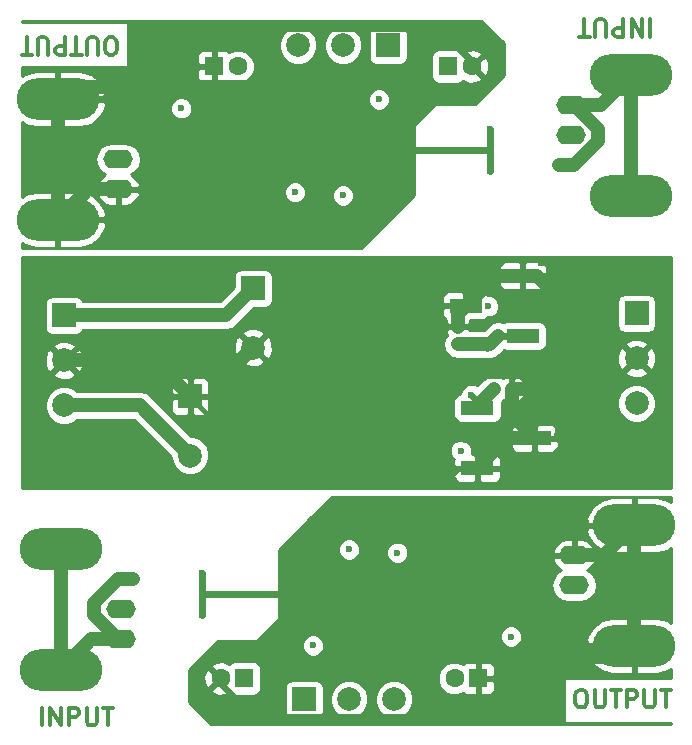
<source format=gtl>
G04 #@! TF.FileFunction,Copper,L1,Top,Signal*
%FSLAX46Y46*%
G04 Gerber Fmt 4.6, Leading zero omitted, Abs format (unit mm)*
G04 Created by KiCad (PCBNEW 4.0.7) date Fri Jun  8 12:20:10 2018*
%MOMM*%
%LPD*%
G01*
G04 APERTURE LIST*
%ADD10C,0.100000*%
%ADD11C,0.300000*%
%ADD12R,2.000000X2.000000*%
%ADD13C,2.000000*%
%ADD14R,0.750000X0.800000*%
%ADD15R,0.800000X0.750000*%
%ADD16R,2.790000X1.190000*%
%ADD17R,1.600000X1.600000*%
%ADD18C,1.600000*%
%ADD19O,7.000240X3.500120*%
%ADD20O,2.499360X1.600200*%
%ADD21C,0.600000*%
%ADD22C,0.400000*%
%ADD23C,1.200000*%
%ADD24C,0.600000*%
%ADD25C,0.254000*%
G04 APERTURE END LIST*
D10*
D11*
X191210857Y-140656571D02*
X191496571Y-140656571D01*
X191639429Y-140728000D01*
X191782286Y-140870857D01*
X191853714Y-141156571D01*
X191853714Y-141656571D01*
X191782286Y-141942286D01*
X191639429Y-142085143D01*
X191496571Y-142156571D01*
X191210857Y-142156571D01*
X191068000Y-142085143D01*
X190925143Y-141942286D01*
X190853714Y-141656571D01*
X190853714Y-141156571D01*
X190925143Y-140870857D01*
X191068000Y-140728000D01*
X191210857Y-140656571D01*
X192496572Y-140656571D02*
X192496572Y-141870857D01*
X192568000Y-142013714D01*
X192639429Y-142085143D01*
X192782286Y-142156571D01*
X193068000Y-142156571D01*
X193210858Y-142085143D01*
X193282286Y-142013714D01*
X193353715Y-141870857D01*
X193353715Y-140656571D01*
X193853715Y-140656571D02*
X194710858Y-140656571D01*
X194282287Y-142156571D02*
X194282287Y-140656571D01*
X195210858Y-142156571D02*
X195210858Y-140656571D01*
X195782286Y-140656571D01*
X195925144Y-140728000D01*
X195996572Y-140799429D01*
X196068001Y-140942286D01*
X196068001Y-141156571D01*
X195996572Y-141299429D01*
X195925144Y-141370857D01*
X195782286Y-141442286D01*
X195210858Y-141442286D01*
X196710858Y-140656571D02*
X196710858Y-141870857D01*
X196782286Y-142013714D01*
X196853715Y-142085143D01*
X196996572Y-142156571D01*
X197282286Y-142156571D01*
X197425144Y-142085143D01*
X197496572Y-142013714D01*
X197568001Y-141870857D01*
X197568001Y-140656571D01*
X198068001Y-140656571D02*
X198925144Y-140656571D01*
X198496573Y-142156571D02*
X198496573Y-140656571D01*
X145697143Y-143680571D02*
X145697143Y-142180571D01*
X146411429Y-143680571D02*
X146411429Y-142180571D01*
X147268572Y-143680571D01*
X147268572Y-142180571D01*
X147982858Y-143680571D02*
X147982858Y-142180571D01*
X148554286Y-142180571D01*
X148697144Y-142252000D01*
X148768572Y-142323429D01*
X148840001Y-142466286D01*
X148840001Y-142680571D01*
X148768572Y-142823429D01*
X148697144Y-142894857D01*
X148554286Y-142966286D01*
X147982858Y-142966286D01*
X149482858Y-142180571D02*
X149482858Y-143394857D01*
X149554286Y-143537714D01*
X149625715Y-143609143D01*
X149768572Y-143680571D01*
X150054286Y-143680571D01*
X150197144Y-143609143D01*
X150268572Y-143537714D01*
X150340001Y-143394857D01*
X150340001Y-142180571D01*
X150840001Y-142180571D02*
X151697144Y-142180571D01*
X151268573Y-143680571D02*
X151268573Y-142180571D01*
X151689143Y-86927429D02*
X151403429Y-86927429D01*
X151260571Y-86856000D01*
X151117714Y-86713143D01*
X151046286Y-86427429D01*
X151046286Y-85927429D01*
X151117714Y-85641714D01*
X151260571Y-85498857D01*
X151403429Y-85427429D01*
X151689143Y-85427429D01*
X151832000Y-85498857D01*
X151974857Y-85641714D01*
X152046286Y-85927429D01*
X152046286Y-86427429D01*
X151974857Y-86713143D01*
X151832000Y-86856000D01*
X151689143Y-86927429D01*
X150403428Y-86927429D02*
X150403428Y-85713143D01*
X150332000Y-85570286D01*
X150260571Y-85498857D01*
X150117714Y-85427429D01*
X149832000Y-85427429D01*
X149689142Y-85498857D01*
X149617714Y-85570286D01*
X149546285Y-85713143D01*
X149546285Y-86927429D01*
X149046285Y-86927429D02*
X148189142Y-86927429D01*
X148617713Y-85427429D02*
X148617713Y-86927429D01*
X147689142Y-85427429D02*
X147689142Y-86927429D01*
X147117714Y-86927429D01*
X146974856Y-86856000D01*
X146903428Y-86784571D01*
X146831999Y-86641714D01*
X146831999Y-86427429D01*
X146903428Y-86284571D01*
X146974856Y-86213143D01*
X147117714Y-86141714D01*
X147689142Y-86141714D01*
X146189142Y-86927429D02*
X146189142Y-85713143D01*
X146117714Y-85570286D01*
X146046285Y-85498857D01*
X145903428Y-85427429D01*
X145617714Y-85427429D01*
X145474856Y-85498857D01*
X145403428Y-85570286D01*
X145331999Y-85713143D01*
X145331999Y-86927429D01*
X144831999Y-86927429D02*
X143974856Y-86927429D01*
X144403427Y-85427429D02*
X144403427Y-86927429D01*
X197202857Y-83903429D02*
X197202857Y-85403429D01*
X196488571Y-83903429D02*
X196488571Y-85403429D01*
X195631428Y-83903429D01*
X195631428Y-85403429D01*
X194917142Y-83903429D02*
X194917142Y-85403429D01*
X194345714Y-85403429D01*
X194202856Y-85332000D01*
X194131428Y-85260571D01*
X194059999Y-85117714D01*
X194059999Y-84903429D01*
X194131428Y-84760571D01*
X194202856Y-84689143D01*
X194345714Y-84617714D01*
X194917142Y-84617714D01*
X193417142Y-85403429D02*
X193417142Y-84189143D01*
X193345714Y-84046286D01*
X193274285Y-83974857D01*
X193131428Y-83903429D01*
X192845714Y-83903429D01*
X192702856Y-83974857D01*
X192631428Y-84046286D01*
X192559999Y-84189143D01*
X192559999Y-85403429D01*
X192059999Y-85403429D02*
X191202856Y-85403429D01*
X191631427Y-83903429D02*
X191631427Y-85403429D01*
D12*
X158242000Y-115824000D03*
D13*
X158242000Y-120824000D03*
D14*
X180913000Y-111405000D03*
X180913000Y-109905000D03*
D15*
X183988000Y-115180000D03*
X185488000Y-115180000D03*
D13*
X147574000Y-116586000D03*
D12*
X147574000Y-108966000D03*
D13*
X147574000Y-112776000D03*
X196038000Y-116415000D03*
D12*
X196038000Y-108795000D03*
D13*
X196038000Y-112605000D03*
D16*
X186408000Y-110695000D03*
X181568000Y-108155000D03*
X186408000Y-105615000D03*
X182568000Y-116815000D03*
X187408000Y-119355000D03*
X182568000Y-121895000D03*
D12*
X163576000Y-106680000D03*
D13*
X163576000Y-111680000D03*
D17*
X182626000Y-139700000D03*
D18*
X180626000Y-139700000D03*
D17*
X162814000Y-139700000D03*
D18*
X160814000Y-139700000D03*
D13*
X175514000Y-141478000D03*
D12*
X167894000Y-141478000D03*
D13*
X171704000Y-141478000D03*
D19*
X147294600Y-138955780D03*
X147294600Y-128757680D03*
D20*
X152400000Y-133858000D03*
X152400000Y-136398000D03*
D19*
X195859400Y-126728220D03*
X195859400Y-136926320D03*
D20*
X190754000Y-131826000D03*
X190754000Y-129286000D03*
D17*
X160274000Y-87884000D03*
D18*
X162274000Y-87884000D03*
D17*
X180086000Y-87884000D03*
D18*
X182086000Y-87884000D03*
D13*
X167386000Y-86106000D03*
D12*
X175006000Y-86106000D03*
D13*
X171196000Y-86106000D03*
D19*
X195605400Y-88628220D03*
X195605400Y-98826320D03*
D20*
X190500000Y-93726000D03*
X190500000Y-91186000D03*
D19*
X147040600Y-100855780D03*
X147040600Y-90657680D03*
D20*
X152146000Y-95758000D03*
X152146000Y-98298000D03*
D21*
X165972000Y-109494000D03*
X167072000Y-109494000D03*
X168172000Y-109494000D03*
X169272000Y-109494000D03*
X170620000Y-109694000D03*
X171672000Y-109694000D03*
X172652000Y-109694000D03*
X173772000Y-109694000D03*
X174430000Y-110572000D03*
X182772000Y-112794000D03*
X184172000Y-112855000D03*
X185172000Y-112394000D03*
X186172000Y-112494000D03*
X187272000Y-112494000D03*
X188372000Y-112494000D03*
X189372000Y-111594000D03*
X190172000Y-108094000D03*
X190172000Y-105494000D03*
X189172000Y-104494000D03*
X187972000Y-104494000D03*
X179672000Y-122094000D03*
X178772000Y-122094000D03*
X177772000Y-122094000D03*
X176772000Y-122094000D03*
X175772000Y-122094000D03*
X174672000Y-122094000D03*
X180472000Y-122394000D03*
X185572000Y-114094000D03*
X186838000Y-114094000D03*
X187972000Y-115194000D03*
X187972000Y-116294000D03*
X188272000Y-117294000D03*
X188972000Y-118094000D03*
X189272000Y-119194000D03*
X190172000Y-119494000D03*
X188772000Y-121994000D03*
X188172000Y-122994000D03*
X186672000Y-123094000D03*
X160074000Y-117656000D03*
X161172000Y-117694000D03*
X162272000Y-117656000D03*
X163372000Y-117694000D03*
X164472000Y-117656000D03*
X166972000Y-117694000D03*
X168072000Y-117656000D03*
X169172000Y-117694000D03*
X170620000Y-115994000D03*
X171672000Y-115994000D03*
X172652000Y-115994000D03*
X173872000Y-116294000D03*
X174672000Y-115594000D03*
X175772000Y-115594000D03*
X176872000Y-115594000D03*
X188988000Y-110455000D03*
X186838000Y-115180000D03*
X181542000Y-119168000D03*
X178240000Y-116628000D03*
X159258000Y-130810000D03*
X159258000Y-134366000D03*
X171450000Y-131064000D03*
X179435181Y-131683181D03*
X183642000Y-96774000D03*
X183642000Y-93218000D03*
X171450000Y-96520000D03*
X163464819Y-95900819D03*
X183338000Y-111680000D03*
X182063000Y-115680000D03*
X181163000Y-120405000D03*
X183488000Y-108180000D03*
X171704000Y-128778000D03*
X175783819Y-129047819D03*
X171196000Y-98806000D03*
X167116181Y-98536181D03*
X185408000Y-136148000D03*
X168656000Y-136906000D03*
X157492000Y-91436000D03*
X174244000Y-90678000D03*
X153416000Y-131318000D03*
X189484000Y-96266000D03*
D22*
X165972000Y-109494000D02*
X167072000Y-109494000D01*
X168172000Y-109494000D02*
X169272000Y-109494000D01*
X170620000Y-109694000D02*
X171672000Y-109694000D01*
X172652000Y-109694000D02*
X173772000Y-109694000D01*
X174430000Y-110572000D02*
X176652000Y-112794000D01*
X176652000Y-112794000D02*
X182772000Y-112794000D01*
X184172000Y-112855000D02*
X184633000Y-112394000D01*
X184633000Y-112394000D02*
X185172000Y-112394000D01*
X186172000Y-112494000D02*
X187272000Y-112494000D01*
X188372000Y-112494000D02*
X189272000Y-111594000D01*
X189272000Y-111594000D02*
X189372000Y-111594000D01*
X190172000Y-108094000D02*
X190172000Y-105494000D01*
X189172000Y-104494000D02*
X187972000Y-104494000D01*
X180472000Y-122394000D02*
X179972000Y-122394000D01*
X179972000Y-122394000D02*
X179672000Y-122094000D01*
X178772000Y-122094000D02*
X177772000Y-122094000D01*
X176772000Y-122094000D02*
X175772000Y-122094000D01*
X174672000Y-122094000D02*
X164472000Y-122094000D01*
X164472000Y-122094000D02*
X158242000Y-115864000D01*
X158242000Y-115864000D02*
X158242000Y-115824000D01*
X180472000Y-122394000D02*
X180971000Y-121895000D01*
X180971000Y-121895000D02*
X182568000Y-121895000D01*
X178240000Y-116628000D02*
X179738000Y-116628000D01*
X179738000Y-116628000D02*
X182272000Y-114094000D01*
X182272000Y-114094000D02*
X185572000Y-114094000D01*
X186838000Y-114094000D02*
X187938000Y-115194000D01*
X187938000Y-115194000D02*
X187972000Y-115194000D01*
X187972000Y-116294000D02*
X188272000Y-116594000D01*
X188272000Y-116594000D02*
X188272000Y-117294000D01*
X188972000Y-118094000D02*
X189272000Y-118394000D01*
X189272000Y-118394000D02*
X189272000Y-119194000D01*
X190172000Y-119494000D02*
X188772000Y-120894000D01*
X188772000Y-120894000D02*
X188772000Y-121994000D01*
X188172000Y-122994000D02*
X188072000Y-123094000D01*
X188072000Y-123094000D02*
X186672000Y-123094000D01*
X160074000Y-117656000D02*
X160112000Y-117694000D01*
X160112000Y-117694000D02*
X161172000Y-117694000D01*
X162272000Y-117656000D02*
X162310000Y-117694000D01*
X162310000Y-117694000D02*
X163372000Y-117694000D01*
X164472000Y-117656000D02*
X164510000Y-117694000D01*
X164510000Y-117694000D02*
X166972000Y-117694000D01*
X168072000Y-117656000D02*
X168110000Y-117694000D01*
X168110000Y-117694000D02*
X169172000Y-117694000D01*
X170620000Y-115994000D02*
X171672000Y-115994000D01*
X172652000Y-115994000D02*
X172952000Y-116294000D01*
X172952000Y-116294000D02*
X173872000Y-116294000D01*
X174672000Y-115594000D02*
X175772000Y-115594000D01*
X176872000Y-115594000D02*
X177906000Y-116628000D01*
X177906000Y-116628000D02*
X178240000Y-116628000D01*
D23*
X155194000Y-112776000D02*
X162480000Y-112776000D01*
X162480000Y-112776000D02*
X163576000Y-111680000D01*
X147574000Y-112776000D02*
X155194000Y-112776000D01*
X155194000Y-112776000D02*
X158242000Y-115824000D01*
X188988000Y-110455000D02*
X188988000Y-106955000D01*
X188988000Y-106955000D02*
X187648000Y-105615000D01*
X187648000Y-105615000D02*
X186408000Y-105615000D01*
X185488000Y-115180000D02*
X186838000Y-115180000D01*
X180913000Y-109905000D02*
X180913000Y-108810000D01*
X180913000Y-108810000D02*
X181568000Y-108155000D01*
X185488000Y-115180000D02*
X185488000Y-117435000D01*
X185488000Y-117435000D02*
X187408000Y-119355000D01*
X186408000Y-105615000D02*
X184108000Y-105615000D01*
X184108000Y-105615000D02*
X181568000Y-108155000D01*
X181542000Y-119168000D02*
X184921000Y-119168000D01*
X184921000Y-119168000D02*
X185108000Y-119355000D01*
X187408000Y-119355000D02*
X185108000Y-119355000D01*
X185108000Y-119355000D02*
X182568000Y-121895000D01*
X178240000Y-116628000D02*
X179002000Y-116628000D01*
X179002000Y-116628000D02*
X181542000Y-119168000D01*
D22*
X181542000Y-119168000D02*
X179002000Y-116628000D01*
X179002000Y-116628000D02*
X178240000Y-116628000D01*
D24*
X160814000Y-139700000D02*
X160814000Y-140154000D01*
X160814000Y-140154000D02*
X163658000Y-142998000D01*
X163658000Y-142998000D02*
X185958000Y-142998000D01*
X185958000Y-142998000D02*
X192029680Y-136926320D01*
X192029680Y-136926320D02*
X195859400Y-136926320D01*
D23*
X193019680Y-136926320D02*
X195859400Y-136926320D01*
X190754000Y-129286000D02*
X193301620Y-129286000D01*
X193301620Y-129286000D02*
X195859400Y-126728220D01*
D24*
X159258000Y-132588000D02*
X169926000Y-132588000D01*
X169926000Y-132588000D02*
X171450000Y-131064000D01*
X159258000Y-134366000D02*
X159258000Y-132588000D01*
X159258000Y-132588000D02*
X159258000Y-130810000D01*
D23*
X171450000Y-131064000D02*
X178308000Y-137922000D01*
X178308000Y-137922000D02*
X184150000Y-137922000D01*
X179435181Y-131683181D02*
X181102000Y-133350000D01*
X181102000Y-133350000D02*
X181102000Y-134874000D01*
X181102000Y-134874000D02*
X184150000Y-137922000D01*
X184150000Y-137922000D02*
X194863720Y-137922000D01*
X194863720Y-137922000D02*
X195859400Y-136926320D01*
X195859400Y-126728220D02*
X194193160Y-126728220D01*
X195859400Y-136926320D02*
X195859400Y-126728220D01*
D24*
X182086000Y-87884000D02*
X182086000Y-87430000D01*
X182086000Y-87430000D02*
X179242000Y-84586000D01*
X179242000Y-84586000D02*
X156942000Y-84586000D01*
X156942000Y-84586000D02*
X150870320Y-90657680D01*
X150870320Y-90657680D02*
X147040600Y-90657680D01*
D23*
X149880320Y-90657680D02*
X147040600Y-90657680D01*
X152146000Y-98298000D02*
X149598380Y-98298000D01*
X149598380Y-98298000D02*
X147040600Y-100855780D01*
D24*
X183642000Y-94996000D02*
X172974000Y-94996000D01*
X172974000Y-94996000D02*
X171450000Y-96520000D01*
X183642000Y-93218000D02*
X183642000Y-94996000D01*
X183642000Y-94996000D02*
X183642000Y-96774000D01*
D23*
X171450000Y-96520000D02*
X164592000Y-89662000D01*
X164592000Y-89662000D02*
X158750000Y-89662000D01*
X163464819Y-95900819D02*
X161798000Y-94234000D01*
X161798000Y-94234000D02*
X161798000Y-92710000D01*
X161798000Y-92710000D02*
X158750000Y-89662000D01*
X158750000Y-89662000D02*
X148036280Y-89662000D01*
X148036280Y-89662000D02*
X147040600Y-90657680D01*
X147040600Y-100855780D02*
X148706840Y-100855780D01*
X147040600Y-90657680D02*
X147040600Y-100855780D01*
X147574000Y-116586000D02*
X154004000Y-116586000D01*
X154004000Y-116586000D02*
X158242000Y-120824000D01*
X147574000Y-108966000D02*
X161290000Y-108966000D01*
X161290000Y-108966000D02*
X163576000Y-106680000D01*
X180913000Y-111405000D02*
X183613000Y-111405000D01*
X183613000Y-111405000D02*
X184323000Y-110695000D01*
D24*
X183338000Y-111680000D02*
X184323000Y-110695000D01*
X184323000Y-110695000D02*
X186408000Y-110695000D01*
D23*
X182568000Y-116815000D02*
X182568000Y-116600000D01*
X182568000Y-116600000D02*
X183988000Y-115180000D01*
D24*
X182063000Y-115680000D02*
X182568000Y-116185000D01*
X182568000Y-116185000D02*
X182568000Y-116815000D01*
D23*
X152400000Y-136398000D02*
X152146000Y-136398000D01*
X152146000Y-136398000D02*
X150114000Y-134366000D01*
X150114000Y-134366000D02*
X150114000Y-133350000D01*
X150114000Y-133350000D02*
X152146000Y-131318000D01*
X152146000Y-131318000D02*
X153416000Y-131318000D01*
X147294600Y-138955780D02*
X147294600Y-128757680D01*
X152400000Y-136398000D02*
X149852380Y-136398000D01*
X149852380Y-136398000D02*
X147294600Y-138955780D01*
X190500000Y-91186000D02*
X190754000Y-91186000D01*
X190754000Y-91186000D02*
X192786000Y-93218000D01*
X192786000Y-93218000D02*
X192786000Y-94234000D01*
X192786000Y-94234000D02*
X190754000Y-96266000D01*
X190754000Y-96266000D02*
X189484000Y-96266000D01*
X195605400Y-88628220D02*
X195605400Y-98826320D01*
X190500000Y-91186000D02*
X193047620Y-91186000D01*
X193047620Y-91186000D02*
X195605400Y-88628220D01*
D25*
G36*
X198934000Y-123571000D02*
X143966000Y-123571000D01*
X143966000Y-116909795D01*
X145938716Y-116909795D01*
X146187106Y-117510943D01*
X146646637Y-117971278D01*
X147247352Y-118220716D01*
X147897795Y-118221284D01*
X148498943Y-117972894D01*
X148651103Y-117821000D01*
X153492446Y-117821000D01*
X156606901Y-120935455D01*
X156606716Y-121147795D01*
X156855106Y-121748943D01*
X157314637Y-122209278D01*
X157915352Y-122458716D01*
X158565795Y-122459284D01*
X159166943Y-122210894D01*
X159197139Y-122180750D01*
X180538000Y-122180750D01*
X180538000Y-122616309D01*
X180634673Y-122849698D01*
X180813301Y-123028327D01*
X181046690Y-123125000D01*
X182282250Y-123125000D01*
X182441000Y-122966250D01*
X182441000Y-122022000D01*
X182695000Y-122022000D01*
X182695000Y-122966250D01*
X182853750Y-123125000D01*
X184089310Y-123125000D01*
X184322699Y-123028327D01*
X184501327Y-122849698D01*
X184598000Y-122616309D01*
X184598000Y-122180750D01*
X184439250Y-122022000D01*
X182695000Y-122022000D01*
X182441000Y-122022000D01*
X180696750Y-122022000D01*
X180538000Y-122180750D01*
X159197139Y-122180750D01*
X159627278Y-121751363D01*
X159876716Y-121150648D01*
X159877205Y-120590167D01*
X180227838Y-120590167D01*
X180369883Y-120933943D01*
X180558884Y-121123274D01*
X180538000Y-121173691D01*
X180538000Y-121609250D01*
X180696750Y-121768000D01*
X182441000Y-121768000D01*
X182441000Y-120823750D01*
X182695000Y-120823750D01*
X182695000Y-121768000D01*
X184439250Y-121768000D01*
X184598000Y-121609250D01*
X184598000Y-121173691D01*
X184501327Y-120940302D01*
X184322699Y-120761673D01*
X184089310Y-120665000D01*
X182853750Y-120665000D01*
X182695000Y-120823750D01*
X182441000Y-120823750D01*
X182282250Y-120665000D01*
X182067442Y-120665000D01*
X182097838Y-120591799D01*
X182098162Y-120219833D01*
X181956117Y-119876057D01*
X181721221Y-119640750D01*
X185378000Y-119640750D01*
X185378000Y-120076309D01*
X185474673Y-120309698D01*
X185653301Y-120488327D01*
X185886690Y-120585000D01*
X187122250Y-120585000D01*
X187281000Y-120426250D01*
X187281000Y-119482000D01*
X187535000Y-119482000D01*
X187535000Y-120426250D01*
X187693750Y-120585000D01*
X188929310Y-120585000D01*
X189162699Y-120488327D01*
X189341327Y-120309698D01*
X189438000Y-120076309D01*
X189438000Y-119640750D01*
X189279250Y-119482000D01*
X187535000Y-119482000D01*
X187281000Y-119482000D01*
X185536750Y-119482000D01*
X185378000Y-119640750D01*
X181721221Y-119640750D01*
X181693327Y-119612808D01*
X181349799Y-119470162D01*
X180977833Y-119469838D01*
X180634057Y-119611883D01*
X180370808Y-119874673D01*
X180228162Y-120218201D01*
X180227838Y-120590167D01*
X159877205Y-120590167D01*
X159877284Y-120500205D01*
X159628894Y-119899057D01*
X159169363Y-119438722D01*
X158568648Y-119189284D01*
X158353650Y-119189096D01*
X157798245Y-118633691D01*
X185378000Y-118633691D01*
X185378000Y-119069250D01*
X185536750Y-119228000D01*
X187281000Y-119228000D01*
X187281000Y-118283750D01*
X187535000Y-118283750D01*
X187535000Y-119228000D01*
X189279250Y-119228000D01*
X189438000Y-119069250D01*
X189438000Y-118633691D01*
X189341327Y-118400302D01*
X189162699Y-118221673D01*
X188929310Y-118125000D01*
X187693750Y-118125000D01*
X187535000Y-118283750D01*
X187281000Y-118283750D01*
X187122250Y-118125000D01*
X185886690Y-118125000D01*
X185653301Y-118221673D01*
X185474673Y-118400302D01*
X185378000Y-118633691D01*
X157798245Y-118633691D01*
X155274304Y-116109750D01*
X156607000Y-116109750D01*
X156607000Y-116950309D01*
X156703673Y-117183698D01*
X156882301Y-117362327D01*
X157115690Y-117459000D01*
X157956250Y-117459000D01*
X158115000Y-117300250D01*
X158115000Y-115951000D01*
X158369000Y-115951000D01*
X158369000Y-117300250D01*
X158527750Y-117459000D01*
X159368310Y-117459000D01*
X159601699Y-117362327D01*
X159780327Y-117183698D01*
X159877000Y-116950309D01*
X159877000Y-116220000D01*
X180525560Y-116220000D01*
X180525560Y-117410000D01*
X180569838Y-117645317D01*
X180708910Y-117861441D01*
X180921110Y-118006431D01*
X181173000Y-118057440D01*
X183963000Y-118057440D01*
X184198317Y-118013162D01*
X184414441Y-117874090D01*
X184559431Y-117661890D01*
X184610440Y-117410000D01*
X184610440Y-116738795D01*
X194402716Y-116738795D01*
X194651106Y-117339943D01*
X195110637Y-117800278D01*
X195711352Y-118049716D01*
X196361795Y-118050284D01*
X196962943Y-117801894D01*
X197423278Y-117342363D01*
X197672716Y-116741648D01*
X197673284Y-116091205D01*
X197424894Y-115490057D01*
X196965363Y-115029722D01*
X196364648Y-114780284D01*
X195714205Y-114779716D01*
X195113057Y-115028106D01*
X194652722Y-115487637D01*
X194403284Y-116088352D01*
X194402716Y-116738795D01*
X184610440Y-116738795D01*
X184610440Y-116304114D01*
X184794010Y-116120544D01*
X184961691Y-116190000D01*
X185202250Y-116190000D01*
X185361000Y-116031250D01*
X185361000Y-115307000D01*
X185615000Y-115307000D01*
X185615000Y-116031250D01*
X185773750Y-116190000D01*
X186014309Y-116190000D01*
X186247698Y-116093327D01*
X186426327Y-115914699D01*
X186523000Y-115681310D01*
X186523000Y-115465750D01*
X186364250Y-115307000D01*
X185615000Y-115307000D01*
X185361000Y-115307000D01*
X185341000Y-115307000D01*
X185341000Y-115053000D01*
X185361000Y-115053000D01*
X185361000Y-114328750D01*
X185615000Y-114328750D01*
X185615000Y-115053000D01*
X186364250Y-115053000D01*
X186523000Y-114894250D01*
X186523000Y-114678690D01*
X186426327Y-114445301D01*
X186247698Y-114266673D01*
X186014309Y-114170000D01*
X185773750Y-114170000D01*
X185615000Y-114328750D01*
X185361000Y-114328750D01*
X185202250Y-114170000D01*
X184961691Y-114170000D01*
X184773388Y-114247998D01*
X184460614Y-114039009D01*
X183988000Y-113945000D01*
X183515386Y-114039009D01*
X183114723Y-114306723D01*
X182551151Y-114870295D01*
X182249799Y-114745162D01*
X181877833Y-114744838D01*
X181534057Y-114886883D01*
X181270808Y-115149673D01*
X181128162Y-115493201D01*
X181128086Y-115581011D01*
X180937683Y-115616838D01*
X180721559Y-115755910D01*
X180576569Y-115968110D01*
X180525560Y-116220000D01*
X159877000Y-116220000D01*
X159877000Y-116109750D01*
X159718250Y-115951000D01*
X158369000Y-115951000D01*
X158115000Y-115951000D01*
X156765750Y-115951000D01*
X156607000Y-116109750D01*
X155274304Y-116109750D01*
X154877277Y-115712723D01*
X154476614Y-115445009D01*
X154004000Y-115351000D01*
X148651379Y-115351000D01*
X148501363Y-115200722D01*
X147900648Y-114951284D01*
X147250205Y-114950716D01*
X146649057Y-115199106D01*
X146188722Y-115658637D01*
X145939284Y-116259352D01*
X145938716Y-116909795D01*
X143966000Y-116909795D01*
X143966000Y-114697691D01*
X156607000Y-114697691D01*
X156607000Y-115538250D01*
X156765750Y-115697000D01*
X158115000Y-115697000D01*
X158115000Y-114347750D01*
X158369000Y-114347750D01*
X158369000Y-115697000D01*
X159718250Y-115697000D01*
X159877000Y-115538250D01*
X159877000Y-114697691D01*
X159780327Y-114464302D01*
X159601699Y-114285673D01*
X159368310Y-114189000D01*
X158527750Y-114189000D01*
X158369000Y-114347750D01*
X158115000Y-114347750D01*
X157956250Y-114189000D01*
X157115690Y-114189000D01*
X156882301Y-114285673D01*
X156703673Y-114464302D01*
X156607000Y-114697691D01*
X143966000Y-114697691D01*
X143966000Y-113928532D01*
X146601073Y-113928532D01*
X146699736Y-114195387D01*
X147309461Y-114421908D01*
X147959460Y-114397856D01*
X148448264Y-114195387D01*
X148546927Y-113928532D01*
X148375927Y-113757532D01*
X195065073Y-113757532D01*
X195163736Y-114024387D01*
X195773461Y-114250908D01*
X196423460Y-114226856D01*
X196912264Y-114024387D01*
X197010927Y-113757532D01*
X196038000Y-112784605D01*
X195065073Y-113757532D01*
X148375927Y-113757532D01*
X147574000Y-112955605D01*
X146601073Y-113928532D01*
X143966000Y-113928532D01*
X143966000Y-112511461D01*
X145928092Y-112511461D01*
X145952144Y-113161460D01*
X146154613Y-113650264D01*
X146421468Y-113748927D01*
X147394395Y-112776000D01*
X147753605Y-112776000D01*
X148726532Y-113748927D01*
X148993387Y-113650264D01*
X149219908Y-113040539D01*
X149212212Y-112832532D01*
X162603073Y-112832532D01*
X162701736Y-113099387D01*
X163311461Y-113325908D01*
X163961460Y-113301856D01*
X164450264Y-113099387D01*
X164548927Y-112832532D01*
X163576000Y-111859605D01*
X162603073Y-112832532D01*
X149212212Y-112832532D01*
X149195856Y-112390540D01*
X148993387Y-111901736D01*
X148726532Y-111803073D01*
X147753605Y-112776000D01*
X147394395Y-112776000D01*
X146421468Y-111803073D01*
X146154613Y-111901736D01*
X145928092Y-112511461D01*
X143966000Y-112511461D01*
X143966000Y-111623468D01*
X146601073Y-111623468D01*
X147574000Y-112596395D01*
X148546927Y-111623468D01*
X148470022Y-111415461D01*
X161930092Y-111415461D01*
X161954144Y-112065460D01*
X162156613Y-112554264D01*
X162423468Y-112652927D01*
X163396395Y-111680000D01*
X163755605Y-111680000D01*
X164728532Y-112652927D01*
X164995387Y-112554264D01*
X165221908Y-111944539D01*
X165201944Y-111405000D01*
X179678000Y-111405000D01*
X179772009Y-111877614D01*
X180039723Y-112278277D01*
X180440386Y-112545991D01*
X180913000Y-112640000D01*
X183613000Y-112640000D01*
X184085614Y-112545991D01*
X184393211Y-112340461D01*
X194392092Y-112340461D01*
X194416144Y-112990460D01*
X194618613Y-113479264D01*
X194885468Y-113577927D01*
X195858395Y-112605000D01*
X196217605Y-112605000D01*
X197190532Y-113577927D01*
X197457387Y-113479264D01*
X197683908Y-112869539D01*
X197659856Y-112219540D01*
X197457387Y-111730736D01*
X197190532Y-111632073D01*
X196217605Y-112605000D01*
X195858395Y-112605000D01*
X194885468Y-111632073D01*
X194618613Y-111730736D01*
X194392092Y-112340461D01*
X184393211Y-112340461D01*
X184486277Y-112278277D01*
X184858418Y-111906136D01*
X185013000Y-111937440D01*
X187803000Y-111937440D01*
X188038317Y-111893162D01*
X188254441Y-111754090D01*
X188399431Y-111541890D01*
X188417539Y-111452468D01*
X195065073Y-111452468D01*
X196038000Y-112425395D01*
X197010927Y-111452468D01*
X196912264Y-111185613D01*
X196302539Y-110959092D01*
X195652540Y-110983144D01*
X195163736Y-111185613D01*
X195065073Y-111452468D01*
X188417539Y-111452468D01*
X188450440Y-111290000D01*
X188450440Y-110100000D01*
X188406162Y-109864683D01*
X188267090Y-109648559D01*
X188054890Y-109503569D01*
X187803000Y-109452560D01*
X185013000Y-109452560D01*
X184777683Y-109496838D01*
X184714050Y-109537785D01*
X184323000Y-109460000D01*
X183850386Y-109554009D01*
X183449723Y-109821723D01*
X183101446Y-110170000D01*
X181902250Y-110170000D01*
X181764250Y-110032000D01*
X181040000Y-110032000D01*
X181040000Y-110052000D01*
X180786000Y-110052000D01*
X180786000Y-110032000D01*
X180061750Y-110032000D01*
X179903000Y-110190750D01*
X179903000Y-110431309D01*
X179980998Y-110619612D01*
X179772009Y-110932386D01*
X179678000Y-111405000D01*
X165201944Y-111405000D01*
X165197856Y-111294540D01*
X164995387Y-110805736D01*
X164728532Y-110707073D01*
X163755605Y-111680000D01*
X163396395Y-111680000D01*
X162423468Y-110707073D01*
X162156613Y-110805736D01*
X161930092Y-111415461D01*
X148470022Y-111415461D01*
X148448264Y-111356613D01*
X147838539Y-111130092D01*
X147188540Y-111154144D01*
X146699736Y-111356613D01*
X146601073Y-111623468D01*
X143966000Y-111623468D01*
X143966000Y-107966000D01*
X145926560Y-107966000D01*
X145926560Y-109966000D01*
X145970838Y-110201317D01*
X146109910Y-110417441D01*
X146322110Y-110562431D01*
X146574000Y-110613440D01*
X148574000Y-110613440D01*
X148809317Y-110569162D01*
X148874111Y-110527468D01*
X162603073Y-110527468D01*
X163576000Y-111500395D01*
X164548927Y-110527468D01*
X164450264Y-110260613D01*
X163840539Y-110034092D01*
X163190540Y-110058144D01*
X162701736Y-110260613D01*
X162603073Y-110527468D01*
X148874111Y-110527468D01*
X149025441Y-110430090D01*
X149170431Y-110217890D01*
X149173851Y-110201000D01*
X161290000Y-110201000D01*
X161762614Y-110106991D01*
X162163277Y-109839277D01*
X163561804Y-108440750D01*
X179538000Y-108440750D01*
X179538000Y-108876309D01*
X179634673Y-109109698D01*
X179813301Y-109288327D01*
X179921812Y-109333274D01*
X179903000Y-109378691D01*
X179903000Y-109619250D01*
X180061750Y-109778000D01*
X180786000Y-109778000D01*
X180786000Y-109758000D01*
X181040000Y-109758000D01*
X181040000Y-109778000D01*
X181764250Y-109778000D01*
X181923000Y-109619250D01*
X181923000Y-109385000D01*
X183089310Y-109385000D01*
X183322699Y-109288327D01*
X183496017Y-109115008D01*
X183673167Y-109115162D01*
X184016943Y-108973117D01*
X184280192Y-108710327D01*
X184422838Y-108366799D01*
X184423162Y-107994833D01*
X184340593Y-107795000D01*
X194390560Y-107795000D01*
X194390560Y-109795000D01*
X194434838Y-110030317D01*
X194573910Y-110246441D01*
X194786110Y-110391431D01*
X195038000Y-110442440D01*
X197038000Y-110442440D01*
X197273317Y-110398162D01*
X197489441Y-110259090D01*
X197634431Y-110046890D01*
X197685440Y-109795000D01*
X197685440Y-107795000D01*
X197641162Y-107559683D01*
X197502090Y-107343559D01*
X197289890Y-107198569D01*
X197038000Y-107147560D01*
X195038000Y-107147560D01*
X194802683Y-107191838D01*
X194586559Y-107330910D01*
X194441569Y-107543110D01*
X194390560Y-107795000D01*
X184340593Y-107795000D01*
X184281117Y-107651057D01*
X184018327Y-107387808D01*
X183674799Y-107245162D01*
X183519853Y-107245027D01*
X183501327Y-107200302D01*
X183322699Y-107021673D01*
X183089310Y-106925000D01*
X181853750Y-106925000D01*
X181695000Y-107083750D01*
X181695000Y-108028000D01*
X181715000Y-108028000D01*
X181715000Y-108282000D01*
X181695000Y-108282000D01*
X181695000Y-108302000D01*
X181441000Y-108302000D01*
X181441000Y-108282000D01*
X179696750Y-108282000D01*
X179538000Y-108440750D01*
X163561804Y-108440750D01*
X163675114Y-108327440D01*
X164576000Y-108327440D01*
X164811317Y-108283162D01*
X165027441Y-108144090D01*
X165172431Y-107931890D01*
X165223440Y-107680000D01*
X165223440Y-107433691D01*
X179538000Y-107433691D01*
X179538000Y-107869250D01*
X179696750Y-108028000D01*
X181441000Y-108028000D01*
X181441000Y-107083750D01*
X181282250Y-106925000D01*
X180046690Y-106925000D01*
X179813301Y-107021673D01*
X179634673Y-107200302D01*
X179538000Y-107433691D01*
X165223440Y-107433691D01*
X165223440Y-105900750D01*
X184378000Y-105900750D01*
X184378000Y-106336309D01*
X184474673Y-106569698D01*
X184653301Y-106748327D01*
X184886690Y-106845000D01*
X186122250Y-106845000D01*
X186281000Y-106686250D01*
X186281000Y-105742000D01*
X186535000Y-105742000D01*
X186535000Y-106686250D01*
X186693750Y-106845000D01*
X187929310Y-106845000D01*
X188162699Y-106748327D01*
X188341327Y-106569698D01*
X188438000Y-106336309D01*
X188438000Y-105900750D01*
X188279250Y-105742000D01*
X186535000Y-105742000D01*
X186281000Y-105742000D01*
X184536750Y-105742000D01*
X184378000Y-105900750D01*
X165223440Y-105900750D01*
X165223440Y-105680000D01*
X165179162Y-105444683D01*
X165040090Y-105228559D01*
X164827890Y-105083569D01*
X164576000Y-105032560D01*
X162576000Y-105032560D01*
X162340683Y-105076838D01*
X162124559Y-105215910D01*
X161979569Y-105428110D01*
X161928560Y-105680000D01*
X161928560Y-106580886D01*
X160778446Y-107731000D01*
X149177222Y-107731000D01*
X149177162Y-107730683D01*
X149038090Y-107514559D01*
X148825890Y-107369569D01*
X148574000Y-107318560D01*
X146574000Y-107318560D01*
X146338683Y-107362838D01*
X146122559Y-107501910D01*
X145977569Y-107714110D01*
X145926560Y-107966000D01*
X143966000Y-107966000D01*
X143966000Y-104893691D01*
X184378000Y-104893691D01*
X184378000Y-105329250D01*
X184536750Y-105488000D01*
X186281000Y-105488000D01*
X186281000Y-104543750D01*
X186535000Y-104543750D01*
X186535000Y-105488000D01*
X188279250Y-105488000D01*
X188438000Y-105329250D01*
X188438000Y-104893691D01*
X188341327Y-104660302D01*
X188162699Y-104481673D01*
X187929310Y-104385000D01*
X186693750Y-104385000D01*
X186535000Y-104543750D01*
X186281000Y-104543750D01*
X186122250Y-104385000D01*
X184886690Y-104385000D01*
X184653301Y-104481673D01*
X184474673Y-104660302D01*
X184378000Y-104893691D01*
X143966000Y-104893691D01*
X143966000Y-104013000D01*
X198934000Y-104013000D01*
X198934000Y-123571000D01*
X198934000Y-123571000D01*
G37*
X198934000Y-123571000D02*
X143966000Y-123571000D01*
X143966000Y-116909795D01*
X145938716Y-116909795D01*
X146187106Y-117510943D01*
X146646637Y-117971278D01*
X147247352Y-118220716D01*
X147897795Y-118221284D01*
X148498943Y-117972894D01*
X148651103Y-117821000D01*
X153492446Y-117821000D01*
X156606901Y-120935455D01*
X156606716Y-121147795D01*
X156855106Y-121748943D01*
X157314637Y-122209278D01*
X157915352Y-122458716D01*
X158565795Y-122459284D01*
X159166943Y-122210894D01*
X159197139Y-122180750D01*
X180538000Y-122180750D01*
X180538000Y-122616309D01*
X180634673Y-122849698D01*
X180813301Y-123028327D01*
X181046690Y-123125000D01*
X182282250Y-123125000D01*
X182441000Y-122966250D01*
X182441000Y-122022000D01*
X182695000Y-122022000D01*
X182695000Y-122966250D01*
X182853750Y-123125000D01*
X184089310Y-123125000D01*
X184322699Y-123028327D01*
X184501327Y-122849698D01*
X184598000Y-122616309D01*
X184598000Y-122180750D01*
X184439250Y-122022000D01*
X182695000Y-122022000D01*
X182441000Y-122022000D01*
X180696750Y-122022000D01*
X180538000Y-122180750D01*
X159197139Y-122180750D01*
X159627278Y-121751363D01*
X159876716Y-121150648D01*
X159877205Y-120590167D01*
X180227838Y-120590167D01*
X180369883Y-120933943D01*
X180558884Y-121123274D01*
X180538000Y-121173691D01*
X180538000Y-121609250D01*
X180696750Y-121768000D01*
X182441000Y-121768000D01*
X182441000Y-120823750D01*
X182695000Y-120823750D01*
X182695000Y-121768000D01*
X184439250Y-121768000D01*
X184598000Y-121609250D01*
X184598000Y-121173691D01*
X184501327Y-120940302D01*
X184322699Y-120761673D01*
X184089310Y-120665000D01*
X182853750Y-120665000D01*
X182695000Y-120823750D01*
X182441000Y-120823750D01*
X182282250Y-120665000D01*
X182067442Y-120665000D01*
X182097838Y-120591799D01*
X182098162Y-120219833D01*
X181956117Y-119876057D01*
X181721221Y-119640750D01*
X185378000Y-119640750D01*
X185378000Y-120076309D01*
X185474673Y-120309698D01*
X185653301Y-120488327D01*
X185886690Y-120585000D01*
X187122250Y-120585000D01*
X187281000Y-120426250D01*
X187281000Y-119482000D01*
X187535000Y-119482000D01*
X187535000Y-120426250D01*
X187693750Y-120585000D01*
X188929310Y-120585000D01*
X189162699Y-120488327D01*
X189341327Y-120309698D01*
X189438000Y-120076309D01*
X189438000Y-119640750D01*
X189279250Y-119482000D01*
X187535000Y-119482000D01*
X187281000Y-119482000D01*
X185536750Y-119482000D01*
X185378000Y-119640750D01*
X181721221Y-119640750D01*
X181693327Y-119612808D01*
X181349799Y-119470162D01*
X180977833Y-119469838D01*
X180634057Y-119611883D01*
X180370808Y-119874673D01*
X180228162Y-120218201D01*
X180227838Y-120590167D01*
X159877205Y-120590167D01*
X159877284Y-120500205D01*
X159628894Y-119899057D01*
X159169363Y-119438722D01*
X158568648Y-119189284D01*
X158353650Y-119189096D01*
X157798245Y-118633691D01*
X185378000Y-118633691D01*
X185378000Y-119069250D01*
X185536750Y-119228000D01*
X187281000Y-119228000D01*
X187281000Y-118283750D01*
X187535000Y-118283750D01*
X187535000Y-119228000D01*
X189279250Y-119228000D01*
X189438000Y-119069250D01*
X189438000Y-118633691D01*
X189341327Y-118400302D01*
X189162699Y-118221673D01*
X188929310Y-118125000D01*
X187693750Y-118125000D01*
X187535000Y-118283750D01*
X187281000Y-118283750D01*
X187122250Y-118125000D01*
X185886690Y-118125000D01*
X185653301Y-118221673D01*
X185474673Y-118400302D01*
X185378000Y-118633691D01*
X157798245Y-118633691D01*
X155274304Y-116109750D01*
X156607000Y-116109750D01*
X156607000Y-116950309D01*
X156703673Y-117183698D01*
X156882301Y-117362327D01*
X157115690Y-117459000D01*
X157956250Y-117459000D01*
X158115000Y-117300250D01*
X158115000Y-115951000D01*
X158369000Y-115951000D01*
X158369000Y-117300250D01*
X158527750Y-117459000D01*
X159368310Y-117459000D01*
X159601699Y-117362327D01*
X159780327Y-117183698D01*
X159877000Y-116950309D01*
X159877000Y-116220000D01*
X180525560Y-116220000D01*
X180525560Y-117410000D01*
X180569838Y-117645317D01*
X180708910Y-117861441D01*
X180921110Y-118006431D01*
X181173000Y-118057440D01*
X183963000Y-118057440D01*
X184198317Y-118013162D01*
X184414441Y-117874090D01*
X184559431Y-117661890D01*
X184610440Y-117410000D01*
X184610440Y-116738795D01*
X194402716Y-116738795D01*
X194651106Y-117339943D01*
X195110637Y-117800278D01*
X195711352Y-118049716D01*
X196361795Y-118050284D01*
X196962943Y-117801894D01*
X197423278Y-117342363D01*
X197672716Y-116741648D01*
X197673284Y-116091205D01*
X197424894Y-115490057D01*
X196965363Y-115029722D01*
X196364648Y-114780284D01*
X195714205Y-114779716D01*
X195113057Y-115028106D01*
X194652722Y-115487637D01*
X194403284Y-116088352D01*
X194402716Y-116738795D01*
X184610440Y-116738795D01*
X184610440Y-116304114D01*
X184794010Y-116120544D01*
X184961691Y-116190000D01*
X185202250Y-116190000D01*
X185361000Y-116031250D01*
X185361000Y-115307000D01*
X185615000Y-115307000D01*
X185615000Y-116031250D01*
X185773750Y-116190000D01*
X186014309Y-116190000D01*
X186247698Y-116093327D01*
X186426327Y-115914699D01*
X186523000Y-115681310D01*
X186523000Y-115465750D01*
X186364250Y-115307000D01*
X185615000Y-115307000D01*
X185361000Y-115307000D01*
X185341000Y-115307000D01*
X185341000Y-115053000D01*
X185361000Y-115053000D01*
X185361000Y-114328750D01*
X185615000Y-114328750D01*
X185615000Y-115053000D01*
X186364250Y-115053000D01*
X186523000Y-114894250D01*
X186523000Y-114678690D01*
X186426327Y-114445301D01*
X186247698Y-114266673D01*
X186014309Y-114170000D01*
X185773750Y-114170000D01*
X185615000Y-114328750D01*
X185361000Y-114328750D01*
X185202250Y-114170000D01*
X184961691Y-114170000D01*
X184773388Y-114247998D01*
X184460614Y-114039009D01*
X183988000Y-113945000D01*
X183515386Y-114039009D01*
X183114723Y-114306723D01*
X182551151Y-114870295D01*
X182249799Y-114745162D01*
X181877833Y-114744838D01*
X181534057Y-114886883D01*
X181270808Y-115149673D01*
X181128162Y-115493201D01*
X181128086Y-115581011D01*
X180937683Y-115616838D01*
X180721559Y-115755910D01*
X180576569Y-115968110D01*
X180525560Y-116220000D01*
X159877000Y-116220000D01*
X159877000Y-116109750D01*
X159718250Y-115951000D01*
X158369000Y-115951000D01*
X158115000Y-115951000D01*
X156765750Y-115951000D01*
X156607000Y-116109750D01*
X155274304Y-116109750D01*
X154877277Y-115712723D01*
X154476614Y-115445009D01*
X154004000Y-115351000D01*
X148651379Y-115351000D01*
X148501363Y-115200722D01*
X147900648Y-114951284D01*
X147250205Y-114950716D01*
X146649057Y-115199106D01*
X146188722Y-115658637D01*
X145939284Y-116259352D01*
X145938716Y-116909795D01*
X143966000Y-116909795D01*
X143966000Y-114697691D01*
X156607000Y-114697691D01*
X156607000Y-115538250D01*
X156765750Y-115697000D01*
X158115000Y-115697000D01*
X158115000Y-114347750D01*
X158369000Y-114347750D01*
X158369000Y-115697000D01*
X159718250Y-115697000D01*
X159877000Y-115538250D01*
X159877000Y-114697691D01*
X159780327Y-114464302D01*
X159601699Y-114285673D01*
X159368310Y-114189000D01*
X158527750Y-114189000D01*
X158369000Y-114347750D01*
X158115000Y-114347750D01*
X157956250Y-114189000D01*
X157115690Y-114189000D01*
X156882301Y-114285673D01*
X156703673Y-114464302D01*
X156607000Y-114697691D01*
X143966000Y-114697691D01*
X143966000Y-113928532D01*
X146601073Y-113928532D01*
X146699736Y-114195387D01*
X147309461Y-114421908D01*
X147959460Y-114397856D01*
X148448264Y-114195387D01*
X148546927Y-113928532D01*
X148375927Y-113757532D01*
X195065073Y-113757532D01*
X195163736Y-114024387D01*
X195773461Y-114250908D01*
X196423460Y-114226856D01*
X196912264Y-114024387D01*
X197010927Y-113757532D01*
X196038000Y-112784605D01*
X195065073Y-113757532D01*
X148375927Y-113757532D01*
X147574000Y-112955605D01*
X146601073Y-113928532D01*
X143966000Y-113928532D01*
X143966000Y-112511461D01*
X145928092Y-112511461D01*
X145952144Y-113161460D01*
X146154613Y-113650264D01*
X146421468Y-113748927D01*
X147394395Y-112776000D01*
X147753605Y-112776000D01*
X148726532Y-113748927D01*
X148993387Y-113650264D01*
X149219908Y-113040539D01*
X149212212Y-112832532D01*
X162603073Y-112832532D01*
X162701736Y-113099387D01*
X163311461Y-113325908D01*
X163961460Y-113301856D01*
X164450264Y-113099387D01*
X164548927Y-112832532D01*
X163576000Y-111859605D01*
X162603073Y-112832532D01*
X149212212Y-112832532D01*
X149195856Y-112390540D01*
X148993387Y-111901736D01*
X148726532Y-111803073D01*
X147753605Y-112776000D01*
X147394395Y-112776000D01*
X146421468Y-111803073D01*
X146154613Y-111901736D01*
X145928092Y-112511461D01*
X143966000Y-112511461D01*
X143966000Y-111623468D01*
X146601073Y-111623468D01*
X147574000Y-112596395D01*
X148546927Y-111623468D01*
X148470022Y-111415461D01*
X161930092Y-111415461D01*
X161954144Y-112065460D01*
X162156613Y-112554264D01*
X162423468Y-112652927D01*
X163396395Y-111680000D01*
X163755605Y-111680000D01*
X164728532Y-112652927D01*
X164995387Y-112554264D01*
X165221908Y-111944539D01*
X165201944Y-111405000D01*
X179678000Y-111405000D01*
X179772009Y-111877614D01*
X180039723Y-112278277D01*
X180440386Y-112545991D01*
X180913000Y-112640000D01*
X183613000Y-112640000D01*
X184085614Y-112545991D01*
X184393211Y-112340461D01*
X194392092Y-112340461D01*
X194416144Y-112990460D01*
X194618613Y-113479264D01*
X194885468Y-113577927D01*
X195858395Y-112605000D01*
X196217605Y-112605000D01*
X197190532Y-113577927D01*
X197457387Y-113479264D01*
X197683908Y-112869539D01*
X197659856Y-112219540D01*
X197457387Y-111730736D01*
X197190532Y-111632073D01*
X196217605Y-112605000D01*
X195858395Y-112605000D01*
X194885468Y-111632073D01*
X194618613Y-111730736D01*
X194392092Y-112340461D01*
X184393211Y-112340461D01*
X184486277Y-112278277D01*
X184858418Y-111906136D01*
X185013000Y-111937440D01*
X187803000Y-111937440D01*
X188038317Y-111893162D01*
X188254441Y-111754090D01*
X188399431Y-111541890D01*
X188417539Y-111452468D01*
X195065073Y-111452468D01*
X196038000Y-112425395D01*
X197010927Y-111452468D01*
X196912264Y-111185613D01*
X196302539Y-110959092D01*
X195652540Y-110983144D01*
X195163736Y-111185613D01*
X195065073Y-111452468D01*
X188417539Y-111452468D01*
X188450440Y-111290000D01*
X188450440Y-110100000D01*
X188406162Y-109864683D01*
X188267090Y-109648559D01*
X188054890Y-109503569D01*
X187803000Y-109452560D01*
X185013000Y-109452560D01*
X184777683Y-109496838D01*
X184714050Y-109537785D01*
X184323000Y-109460000D01*
X183850386Y-109554009D01*
X183449723Y-109821723D01*
X183101446Y-110170000D01*
X181902250Y-110170000D01*
X181764250Y-110032000D01*
X181040000Y-110032000D01*
X181040000Y-110052000D01*
X180786000Y-110052000D01*
X180786000Y-110032000D01*
X180061750Y-110032000D01*
X179903000Y-110190750D01*
X179903000Y-110431309D01*
X179980998Y-110619612D01*
X179772009Y-110932386D01*
X179678000Y-111405000D01*
X165201944Y-111405000D01*
X165197856Y-111294540D01*
X164995387Y-110805736D01*
X164728532Y-110707073D01*
X163755605Y-111680000D01*
X163396395Y-111680000D01*
X162423468Y-110707073D01*
X162156613Y-110805736D01*
X161930092Y-111415461D01*
X148470022Y-111415461D01*
X148448264Y-111356613D01*
X147838539Y-111130092D01*
X147188540Y-111154144D01*
X146699736Y-111356613D01*
X146601073Y-111623468D01*
X143966000Y-111623468D01*
X143966000Y-107966000D01*
X145926560Y-107966000D01*
X145926560Y-109966000D01*
X145970838Y-110201317D01*
X146109910Y-110417441D01*
X146322110Y-110562431D01*
X146574000Y-110613440D01*
X148574000Y-110613440D01*
X148809317Y-110569162D01*
X148874111Y-110527468D01*
X162603073Y-110527468D01*
X163576000Y-111500395D01*
X164548927Y-110527468D01*
X164450264Y-110260613D01*
X163840539Y-110034092D01*
X163190540Y-110058144D01*
X162701736Y-110260613D01*
X162603073Y-110527468D01*
X148874111Y-110527468D01*
X149025441Y-110430090D01*
X149170431Y-110217890D01*
X149173851Y-110201000D01*
X161290000Y-110201000D01*
X161762614Y-110106991D01*
X162163277Y-109839277D01*
X163561804Y-108440750D01*
X179538000Y-108440750D01*
X179538000Y-108876309D01*
X179634673Y-109109698D01*
X179813301Y-109288327D01*
X179921812Y-109333274D01*
X179903000Y-109378691D01*
X179903000Y-109619250D01*
X180061750Y-109778000D01*
X180786000Y-109778000D01*
X180786000Y-109758000D01*
X181040000Y-109758000D01*
X181040000Y-109778000D01*
X181764250Y-109778000D01*
X181923000Y-109619250D01*
X181923000Y-109385000D01*
X183089310Y-109385000D01*
X183322699Y-109288327D01*
X183496017Y-109115008D01*
X183673167Y-109115162D01*
X184016943Y-108973117D01*
X184280192Y-108710327D01*
X184422838Y-108366799D01*
X184423162Y-107994833D01*
X184340593Y-107795000D01*
X194390560Y-107795000D01*
X194390560Y-109795000D01*
X194434838Y-110030317D01*
X194573910Y-110246441D01*
X194786110Y-110391431D01*
X195038000Y-110442440D01*
X197038000Y-110442440D01*
X197273317Y-110398162D01*
X197489441Y-110259090D01*
X197634431Y-110046890D01*
X197685440Y-109795000D01*
X197685440Y-107795000D01*
X197641162Y-107559683D01*
X197502090Y-107343559D01*
X197289890Y-107198569D01*
X197038000Y-107147560D01*
X195038000Y-107147560D01*
X194802683Y-107191838D01*
X194586559Y-107330910D01*
X194441569Y-107543110D01*
X194390560Y-107795000D01*
X184340593Y-107795000D01*
X184281117Y-107651057D01*
X184018327Y-107387808D01*
X183674799Y-107245162D01*
X183519853Y-107245027D01*
X183501327Y-107200302D01*
X183322699Y-107021673D01*
X183089310Y-106925000D01*
X181853750Y-106925000D01*
X181695000Y-107083750D01*
X181695000Y-108028000D01*
X181715000Y-108028000D01*
X181715000Y-108282000D01*
X181695000Y-108282000D01*
X181695000Y-108302000D01*
X181441000Y-108302000D01*
X181441000Y-108282000D01*
X179696750Y-108282000D01*
X179538000Y-108440750D01*
X163561804Y-108440750D01*
X163675114Y-108327440D01*
X164576000Y-108327440D01*
X164811317Y-108283162D01*
X165027441Y-108144090D01*
X165172431Y-107931890D01*
X165223440Y-107680000D01*
X165223440Y-107433691D01*
X179538000Y-107433691D01*
X179538000Y-107869250D01*
X179696750Y-108028000D01*
X181441000Y-108028000D01*
X181441000Y-107083750D01*
X181282250Y-106925000D01*
X180046690Y-106925000D01*
X179813301Y-107021673D01*
X179634673Y-107200302D01*
X179538000Y-107433691D01*
X165223440Y-107433691D01*
X165223440Y-105900750D01*
X184378000Y-105900750D01*
X184378000Y-106336309D01*
X184474673Y-106569698D01*
X184653301Y-106748327D01*
X184886690Y-106845000D01*
X186122250Y-106845000D01*
X186281000Y-106686250D01*
X186281000Y-105742000D01*
X186535000Y-105742000D01*
X186535000Y-106686250D01*
X186693750Y-106845000D01*
X187929310Y-106845000D01*
X188162699Y-106748327D01*
X188341327Y-106569698D01*
X188438000Y-106336309D01*
X188438000Y-105900750D01*
X188279250Y-105742000D01*
X186535000Y-105742000D01*
X186281000Y-105742000D01*
X184536750Y-105742000D01*
X184378000Y-105900750D01*
X165223440Y-105900750D01*
X165223440Y-105680000D01*
X165179162Y-105444683D01*
X165040090Y-105228559D01*
X164827890Y-105083569D01*
X164576000Y-105032560D01*
X162576000Y-105032560D01*
X162340683Y-105076838D01*
X162124559Y-105215910D01*
X161979569Y-105428110D01*
X161928560Y-105680000D01*
X161928560Y-106580886D01*
X160778446Y-107731000D01*
X149177222Y-107731000D01*
X149177162Y-107730683D01*
X149038090Y-107514559D01*
X148825890Y-107369569D01*
X148574000Y-107318560D01*
X146574000Y-107318560D01*
X146338683Y-107362838D01*
X146122559Y-107501910D01*
X145977569Y-107714110D01*
X145926560Y-107966000D01*
X143966000Y-107966000D01*
X143966000Y-104893691D01*
X184378000Y-104893691D01*
X184378000Y-105329250D01*
X184536750Y-105488000D01*
X186281000Y-105488000D01*
X186281000Y-104543750D01*
X186535000Y-104543750D01*
X186535000Y-105488000D01*
X188279250Y-105488000D01*
X188438000Y-105329250D01*
X188438000Y-104893691D01*
X188341327Y-104660302D01*
X188162699Y-104481673D01*
X187929310Y-104385000D01*
X186693750Y-104385000D01*
X186535000Y-104543750D01*
X186281000Y-104543750D01*
X186122250Y-104385000D01*
X184886690Y-104385000D01*
X184653301Y-104481673D01*
X184474673Y-104660302D01*
X184378000Y-104893691D01*
X143966000Y-104893691D01*
X143966000Y-104013000D01*
X198934000Y-104013000D01*
X198934000Y-123571000D01*
G36*
X198934000Y-124793599D02*
X198639516Y-124573313D01*
X197736460Y-124343160D01*
X195986400Y-124343160D01*
X195986400Y-126601220D01*
X196006400Y-126601220D01*
X196006400Y-126855220D01*
X195986400Y-126855220D01*
X195986400Y-129113280D01*
X197736460Y-129113280D01*
X198639516Y-128883127D01*
X198934000Y-128662841D01*
X198934000Y-134991699D01*
X198639516Y-134771413D01*
X197736460Y-134541260D01*
X195986400Y-134541260D01*
X195986400Y-136799320D01*
X196006400Y-136799320D01*
X196006400Y-137053320D01*
X195986400Y-137053320D01*
X195986400Y-139311380D01*
X197736460Y-139311380D01*
X198639516Y-139081227D01*
X198934000Y-138860941D01*
X198934000Y-139643000D01*
X189933000Y-139643000D01*
X189933000Y-143463000D01*
X198934000Y-143463000D01*
X198934000Y-143562000D01*
X159997606Y-143562000D01*
X158115000Y-141679394D01*
X158115000Y-139483223D01*
X159367035Y-139483223D01*
X159394222Y-140053454D01*
X159560136Y-140454005D01*
X159806255Y-140528139D01*
X160634395Y-139700000D01*
X159806255Y-138871861D01*
X159560136Y-138945995D01*
X159367035Y-139483223D01*
X158115000Y-139483223D01*
X158115000Y-138990606D01*
X158413351Y-138692255D01*
X159985861Y-138692255D01*
X160814000Y-139520395D01*
X160828142Y-139506252D01*
X161007748Y-139685858D01*
X160993605Y-139700000D01*
X161007748Y-139714143D01*
X160828142Y-139893748D01*
X160814000Y-139879605D01*
X159985861Y-140707745D01*
X160059995Y-140953864D01*
X160597223Y-141146965D01*
X161167454Y-141119778D01*
X161558947Y-140957616D01*
X161762110Y-141096431D01*
X162014000Y-141147440D01*
X163614000Y-141147440D01*
X163849317Y-141103162D01*
X164065441Y-140964090D01*
X164210431Y-140751890D01*
X164261440Y-140500000D01*
X164261440Y-140478000D01*
X166246560Y-140478000D01*
X166246560Y-142478000D01*
X166290838Y-142713317D01*
X166429910Y-142929441D01*
X166642110Y-143074431D01*
X166894000Y-143125440D01*
X168894000Y-143125440D01*
X169129317Y-143081162D01*
X169345441Y-142942090D01*
X169490431Y-142729890D01*
X169541440Y-142478000D01*
X169541440Y-141801795D01*
X170068716Y-141801795D01*
X170317106Y-142402943D01*
X170776637Y-142863278D01*
X171377352Y-143112716D01*
X172027795Y-143113284D01*
X172628943Y-142864894D01*
X173089278Y-142405363D01*
X173338716Y-141804648D01*
X173338718Y-141801795D01*
X173878716Y-141801795D01*
X174127106Y-142402943D01*
X174586637Y-142863278D01*
X175187352Y-143112716D01*
X175837795Y-143113284D01*
X176438943Y-142864894D01*
X176899278Y-142405363D01*
X177148716Y-141804648D01*
X177149284Y-141154205D01*
X176900894Y-140553057D01*
X176441363Y-140092722D01*
X176179982Y-139984187D01*
X179190752Y-139984187D01*
X179408757Y-140511800D01*
X179812077Y-140915824D01*
X180339309Y-141134750D01*
X180910187Y-141135248D01*
X181372287Y-140944312D01*
X181466302Y-141038327D01*
X181699691Y-141135000D01*
X182340250Y-141135000D01*
X182499000Y-140976250D01*
X182499000Y-139827000D01*
X182753000Y-139827000D01*
X182753000Y-140976250D01*
X182911750Y-141135000D01*
X183552309Y-141135000D01*
X183785698Y-141038327D01*
X183964327Y-140859699D01*
X184061000Y-140626310D01*
X184061000Y-139985750D01*
X183902250Y-139827000D01*
X182753000Y-139827000D01*
X182499000Y-139827000D01*
X182479000Y-139827000D01*
X182479000Y-139573000D01*
X182499000Y-139573000D01*
X182499000Y-138423750D01*
X182753000Y-138423750D01*
X182753000Y-139573000D01*
X183902250Y-139573000D01*
X184061000Y-139414250D01*
X184061000Y-138773690D01*
X183964327Y-138540301D01*
X183785698Y-138361673D01*
X183552309Y-138265000D01*
X182911750Y-138265000D01*
X182753000Y-138423750D01*
X182499000Y-138423750D01*
X182340250Y-138265000D01*
X181699691Y-138265000D01*
X181466302Y-138361673D01*
X181372002Y-138455973D01*
X180912691Y-138265250D01*
X180341813Y-138264752D01*
X179814200Y-138482757D01*
X179410176Y-138886077D01*
X179191250Y-139413309D01*
X179190752Y-139984187D01*
X176179982Y-139984187D01*
X175840648Y-139843284D01*
X175190205Y-139842716D01*
X174589057Y-140091106D01*
X174128722Y-140550637D01*
X173879284Y-141151352D01*
X173878716Y-141801795D01*
X173338718Y-141801795D01*
X173339284Y-141154205D01*
X173090894Y-140553057D01*
X172631363Y-140092722D01*
X172030648Y-139843284D01*
X171380205Y-139842716D01*
X170779057Y-140091106D01*
X170318722Y-140550637D01*
X170069284Y-141151352D01*
X170068716Y-141801795D01*
X169541440Y-141801795D01*
X169541440Y-140478000D01*
X169497162Y-140242683D01*
X169358090Y-140026559D01*
X169145890Y-139881569D01*
X168894000Y-139830560D01*
X166894000Y-139830560D01*
X166658683Y-139874838D01*
X166442559Y-140013910D01*
X166297569Y-140226110D01*
X166246560Y-140478000D01*
X164261440Y-140478000D01*
X164261440Y-138900000D01*
X164217162Y-138664683D01*
X164078090Y-138448559D01*
X163865890Y-138303569D01*
X163614000Y-138252560D01*
X162014000Y-138252560D01*
X161778683Y-138296838D01*
X161562559Y-138435910D01*
X161558023Y-138442548D01*
X161030777Y-138253035D01*
X160460546Y-138280222D01*
X160059995Y-138446136D01*
X159985861Y-138692255D01*
X158413351Y-138692255D01*
X160014439Y-137091167D01*
X167720838Y-137091167D01*
X167862883Y-137434943D01*
X168125673Y-137698192D01*
X168469201Y-137840838D01*
X168841167Y-137841162D01*
X169184943Y-137699117D01*
X169448192Y-137436327D01*
X169453172Y-137424333D01*
X191776854Y-137424333D01*
X191857231Y-137721710D01*
X192333045Y-138523009D01*
X193079284Y-139081227D01*
X193982340Y-139311380D01*
X195732400Y-139311380D01*
X195732400Y-137053320D01*
X191886655Y-137053320D01*
X191776854Y-137424333D01*
X169453172Y-137424333D01*
X169590838Y-137092799D01*
X169591162Y-136720833D01*
X169449117Y-136377057D01*
X169405304Y-136333167D01*
X184472838Y-136333167D01*
X184614883Y-136676943D01*
X184877673Y-136940192D01*
X185221201Y-137082838D01*
X185593167Y-137083162D01*
X185936943Y-136941117D01*
X186200192Y-136678327D01*
X186304009Y-136428307D01*
X191776854Y-136428307D01*
X191886655Y-136799320D01*
X195732400Y-136799320D01*
X195732400Y-134541260D01*
X193982340Y-134541260D01*
X193079284Y-134771413D01*
X192333045Y-135329631D01*
X191857231Y-136130930D01*
X191776854Y-136428307D01*
X186304009Y-136428307D01*
X186342838Y-136334799D01*
X186343162Y-135962833D01*
X186201117Y-135619057D01*
X185938327Y-135355808D01*
X185594799Y-135213162D01*
X185222833Y-135212838D01*
X184879057Y-135354883D01*
X184615808Y-135617673D01*
X184473162Y-135961201D01*
X184472838Y-136333167D01*
X169405304Y-136333167D01*
X169186327Y-136113808D01*
X168842799Y-135971162D01*
X168470833Y-135970838D01*
X168127057Y-136112883D01*
X167863808Y-136375673D01*
X167721162Y-136719201D01*
X167720838Y-137091167D01*
X160014439Y-137091167D01*
X160580606Y-136525000D01*
X163830000Y-136525000D01*
X163879410Y-136514994D01*
X163919803Y-136487803D01*
X165697803Y-134709803D01*
X165725666Y-134667789D01*
X165735000Y-134620000D01*
X165735000Y-131826000D01*
X188832397Y-131826000D01*
X188941637Y-132375189D01*
X189252728Y-132840769D01*
X189718308Y-133151860D01*
X190267497Y-133261100D01*
X191240503Y-133261100D01*
X191789692Y-133151860D01*
X192255272Y-132840769D01*
X192566363Y-132375189D01*
X192675603Y-131826000D01*
X192566363Y-131276811D01*
X192255272Y-130811231D01*
X191876480Y-130558130D01*
X192308152Y-130210967D01*
X192578041Y-129717857D01*
X192595583Y-129635055D01*
X192473596Y-129413000D01*
X190881000Y-129413000D01*
X190881000Y-129433000D01*
X190627000Y-129433000D01*
X190627000Y-129413000D01*
X189034404Y-129413000D01*
X188912417Y-129635055D01*
X188929959Y-129717857D01*
X189199848Y-130210967D01*
X189631520Y-130558130D01*
X189252728Y-130811231D01*
X188941637Y-131276811D01*
X188832397Y-131826000D01*
X165735000Y-131826000D01*
X165735000Y-128963167D01*
X170768838Y-128963167D01*
X170910883Y-129306943D01*
X171173673Y-129570192D01*
X171517201Y-129712838D01*
X171889167Y-129713162D01*
X172232943Y-129571117D01*
X172496192Y-129308327D01*
X172527476Y-129232986D01*
X174848657Y-129232986D01*
X174990702Y-129576762D01*
X175253492Y-129840011D01*
X175597020Y-129982657D01*
X175968986Y-129982981D01*
X176312762Y-129840936D01*
X176576011Y-129578146D01*
X176718657Y-129234618D01*
X176718916Y-128936945D01*
X188912417Y-128936945D01*
X189034404Y-129159000D01*
X190627000Y-129159000D01*
X190627000Y-127850900D01*
X190881000Y-127850900D01*
X190881000Y-129159000D01*
X192473596Y-129159000D01*
X192595583Y-128936945D01*
X192578041Y-128854143D01*
X192308152Y-128361033D01*
X191870102Y-128008741D01*
X191330580Y-127850900D01*
X190881000Y-127850900D01*
X190627000Y-127850900D01*
X190177420Y-127850900D01*
X189637898Y-128008741D01*
X189199848Y-128361033D01*
X188929959Y-128854143D01*
X188912417Y-128936945D01*
X176718916Y-128936945D01*
X176718981Y-128862652D01*
X176576936Y-128518876D01*
X176314146Y-128255627D01*
X175970618Y-128112981D01*
X175598652Y-128112657D01*
X175254876Y-128254702D01*
X174991627Y-128517492D01*
X174848981Y-128861020D01*
X174848657Y-129232986D01*
X172527476Y-129232986D01*
X172638838Y-128964799D01*
X172639162Y-128592833D01*
X172497117Y-128249057D01*
X172234327Y-127985808D01*
X171890799Y-127843162D01*
X171518833Y-127842838D01*
X171175057Y-127984883D01*
X170911808Y-128247673D01*
X170769162Y-128591201D01*
X170768838Y-128963167D01*
X165735000Y-128963167D01*
X165735000Y-128830606D01*
X167339373Y-127226233D01*
X191776854Y-127226233D01*
X191857231Y-127523610D01*
X192333045Y-128324909D01*
X193079284Y-128883127D01*
X193982340Y-129113280D01*
X195732400Y-129113280D01*
X195732400Y-126855220D01*
X191886655Y-126855220D01*
X191776854Y-127226233D01*
X167339373Y-127226233D01*
X168335399Y-126230207D01*
X191776854Y-126230207D01*
X191886655Y-126601220D01*
X195732400Y-126601220D01*
X195732400Y-124343160D01*
X193982340Y-124343160D01*
X193079284Y-124573313D01*
X192333045Y-125131531D01*
X191857231Y-125932830D01*
X191776854Y-126230207D01*
X168335399Y-126230207D01*
X170232606Y-124333000D01*
X198934000Y-124333000D01*
X198934000Y-124793599D01*
X198934000Y-124793599D01*
G37*
X198934000Y-124793599D02*
X198639516Y-124573313D01*
X197736460Y-124343160D01*
X195986400Y-124343160D01*
X195986400Y-126601220D01*
X196006400Y-126601220D01*
X196006400Y-126855220D01*
X195986400Y-126855220D01*
X195986400Y-129113280D01*
X197736460Y-129113280D01*
X198639516Y-128883127D01*
X198934000Y-128662841D01*
X198934000Y-134991699D01*
X198639516Y-134771413D01*
X197736460Y-134541260D01*
X195986400Y-134541260D01*
X195986400Y-136799320D01*
X196006400Y-136799320D01*
X196006400Y-137053320D01*
X195986400Y-137053320D01*
X195986400Y-139311380D01*
X197736460Y-139311380D01*
X198639516Y-139081227D01*
X198934000Y-138860941D01*
X198934000Y-139643000D01*
X189933000Y-139643000D01*
X189933000Y-143463000D01*
X198934000Y-143463000D01*
X198934000Y-143562000D01*
X159997606Y-143562000D01*
X158115000Y-141679394D01*
X158115000Y-139483223D01*
X159367035Y-139483223D01*
X159394222Y-140053454D01*
X159560136Y-140454005D01*
X159806255Y-140528139D01*
X160634395Y-139700000D01*
X159806255Y-138871861D01*
X159560136Y-138945995D01*
X159367035Y-139483223D01*
X158115000Y-139483223D01*
X158115000Y-138990606D01*
X158413351Y-138692255D01*
X159985861Y-138692255D01*
X160814000Y-139520395D01*
X160828142Y-139506252D01*
X161007748Y-139685858D01*
X160993605Y-139700000D01*
X161007748Y-139714143D01*
X160828142Y-139893748D01*
X160814000Y-139879605D01*
X159985861Y-140707745D01*
X160059995Y-140953864D01*
X160597223Y-141146965D01*
X161167454Y-141119778D01*
X161558947Y-140957616D01*
X161762110Y-141096431D01*
X162014000Y-141147440D01*
X163614000Y-141147440D01*
X163849317Y-141103162D01*
X164065441Y-140964090D01*
X164210431Y-140751890D01*
X164261440Y-140500000D01*
X164261440Y-140478000D01*
X166246560Y-140478000D01*
X166246560Y-142478000D01*
X166290838Y-142713317D01*
X166429910Y-142929441D01*
X166642110Y-143074431D01*
X166894000Y-143125440D01*
X168894000Y-143125440D01*
X169129317Y-143081162D01*
X169345441Y-142942090D01*
X169490431Y-142729890D01*
X169541440Y-142478000D01*
X169541440Y-141801795D01*
X170068716Y-141801795D01*
X170317106Y-142402943D01*
X170776637Y-142863278D01*
X171377352Y-143112716D01*
X172027795Y-143113284D01*
X172628943Y-142864894D01*
X173089278Y-142405363D01*
X173338716Y-141804648D01*
X173338718Y-141801795D01*
X173878716Y-141801795D01*
X174127106Y-142402943D01*
X174586637Y-142863278D01*
X175187352Y-143112716D01*
X175837795Y-143113284D01*
X176438943Y-142864894D01*
X176899278Y-142405363D01*
X177148716Y-141804648D01*
X177149284Y-141154205D01*
X176900894Y-140553057D01*
X176441363Y-140092722D01*
X176179982Y-139984187D01*
X179190752Y-139984187D01*
X179408757Y-140511800D01*
X179812077Y-140915824D01*
X180339309Y-141134750D01*
X180910187Y-141135248D01*
X181372287Y-140944312D01*
X181466302Y-141038327D01*
X181699691Y-141135000D01*
X182340250Y-141135000D01*
X182499000Y-140976250D01*
X182499000Y-139827000D01*
X182753000Y-139827000D01*
X182753000Y-140976250D01*
X182911750Y-141135000D01*
X183552309Y-141135000D01*
X183785698Y-141038327D01*
X183964327Y-140859699D01*
X184061000Y-140626310D01*
X184061000Y-139985750D01*
X183902250Y-139827000D01*
X182753000Y-139827000D01*
X182499000Y-139827000D01*
X182479000Y-139827000D01*
X182479000Y-139573000D01*
X182499000Y-139573000D01*
X182499000Y-138423750D01*
X182753000Y-138423750D01*
X182753000Y-139573000D01*
X183902250Y-139573000D01*
X184061000Y-139414250D01*
X184061000Y-138773690D01*
X183964327Y-138540301D01*
X183785698Y-138361673D01*
X183552309Y-138265000D01*
X182911750Y-138265000D01*
X182753000Y-138423750D01*
X182499000Y-138423750D01*
X182340250Y-138265000D01*
X181699691Y-138265000D01*
X181466302Y-138361673D01*
X181372002Y-138455973D01*
X180912691Y-138265250D01*
X180341813Y-138264752D01*
X179814200Y-138482757D01*
X179410176Y-138886077D01*
X179191250Y-139413309D01*
X179190752Y-139984187D01*
X176179982Y-139984187D01*
X175840648Y-139843284D01*
X175190205Y-139842716D01*
X174589057Y-140091106D01*
X174128722Y-140550637D01*
X173879284Y-141151352D01*
X173878716Y-141801795D01*
X173338718Y-141801795D01*
X173339284Y-141154205D01*
X173090894Y-140553057D01*
X172631363Y-140092722D01*
X172030648Y-139843284D01*
X171380205Y-139842716D01*
X170779057Y-140091106D01*
X170318722Y-140550637D01*
X170069284Y-141151352D01*
X170068716Y-141801795D01*
X169541440Y-141801795D01*
X169541440Y-140478000D01*
X169497162Y-140242683D01*
X169358090Y-140026559D01*
X169145890Y-139881569D01*
X168894000Y-139830560D01*
X166894000Y-139830560D01*
X166658683Y-139874838D01*
X166442559Y-140013910D01*
X166297569Y-140226110D01*
X166246560Y-140478000D01*
X164261440Y-140478000D01*
X164261440Y-138900000D01*
X164217162Y-138664683D01*
X164078090Y-138448559D01*
X163865890Y-138303569D01*
X163614000Y-138252560D01*
X162014000Y-138252560D01*
X161778683Y-138296838D01*
X161562559Y-138435910D01*
X161558023Y-138442548D01*
X161030777Y-138253035D01*
X160460546Y-138280222D01*
X160059995Y-138446136D01*
X159985861Y-138692255D01*
X158413351Y-138692255D01*
X160014439Y-137091167D01*
X167720838Y-137091167D01*
X167862883Y-137434943D01*
X168125673Y-137698192D01*
X168469201Y-137840838D01*
X168841167Y-137841162D01*
X169184943Y-137699117D01*
X169448192Y-137436327D01*
X169453172Y-137424333D01*
X191776854Y-137424333D01*
X191857231Y-137721710D01*
X192333045Y-138523009D01*
X193079284Y-139081227D01*
X193982340Y-139311380D01*
X195732400Y-139311380D01*
X195732400Y-137053320D01*
X191886655Y-137053320D01*
X191776854Y-137424333D01*
X169453172Y-137424333D01*
X169590838Y-137092799D01*
X169591162Y-136720833D01*
X169449117Y-136377057D01*
X169405304Y-136333167D01*
X184472838Y-136333167D01*
X184614883Y-136676943D01*
X184877673Y-136940192D01*
X185221201Y-137082838D01*
X185593167Y-137083162D01*
X185936943Y-136941117D01*
X186200192Y-136678327D01*
X186304009Y-136428307D01*
X191776854Y-136428307D01*
X191886655Y-136799320D01*
X195732400Y-136799320D01*
X195732400Y-134541260D01*
X193982340Y-134541260D01*
X193079284Y-134771413D01*
X192333045Y-135329631D01*
X191857231Y-136130930D01*
X191776854Y-136428307D01*
X186304009Y-136428307D01*
X186342838Y-136334799D01*
X186343162Y-135962833D01*
X186201117Y-135619057D01*
X185938327Y-135355808D01*
X185594799Y-135213162D01*
X185222833Y-135212838D01*
X184879057Y-135354883D01*
X184615808Y-135617673D01*
X184473162Y-135961201D01*
X184472838Y-136333167D01*
X169405304Y-136333167D01*
X169186327Y-136113808D01*
X168842799Y-135971162D01*
X168470833Y-135970838D01*
X168127057Y-136112883D01*
X167863808Y-136375673D01*
X167721162Y-136719201D01*
X167720838Y-137091167D01*
X160014439Y-137091167D01*
X160580606Y-136525000D01*
X163830000Y-136525000D01*
X163879410Y-136514994D01*
X163919803Y-136487803D01*
X165697803Y-134709803D01*
X165725666Y-134667789D01*
X165735000Y-134620000D01*
X165735000Y-131826000D01*
X188832397Y-131826000D01*
X188941637Y-132375189D01*
X189252728Y-132840769D01*
X189718308Y-133151860D01*
X190267497Y-133261100D01*
X191240503Y-133261100D01*
X191789692Y-133151860D01*
X192255272Y-132840769D01*
X192566363Y-132375189D01*
X192675603Y-131826000D01*
X192566363Y-131276811D01*
X192255272Y-130811231D01*
X191876480Y-130558130D01*
X192308152Y-130210967D01*
X192578041Y-129717857D01*
X192595583Y-129635055D01*
X192473596Y-129413000D01*
X190881000Y-129413000D01*
X190881000Y-129433000D01*
X190627000Y-129433000D01*
X190627000Y-129413000D01*
X189034404Y-129413000D01*
X188912417Y-129635055D01*
X188929959Y-129717857D01*
X189199848Y-130210967D01*
X189631520Y-130558130D01*
X189252728Y-130811231D01*
X188941637Y-131276811D01*
X188832397Y-131826000D01*
X165735000Y-131826000D01*
X165735000Y-128963167D01*
X170768838Y-128963167D01*
X170910883Y-129306943D01*
X171173673Y-129570192D01*
X171517201Y-129712838D01*
X171889167Y-129713162D01*
X172232943Y-129571117D01*
X172496192Y-129308327D01*
X172527476Y-129232986D01*
X174848657Y-129232986D01*
X174990702Y-129576762D01*
X175253492Y-129840011D01*
X175597020Y-129982657D01*
X175968986Y-129982981D01*
X176312762Y-129840936D01*
X176576011Y-129578146D01*
X176718657Y-129234618D01*
X176718916Y-128936945D01*
X188912417Y-128936945D01*
X189034404Y-129159000D01*
X190627000Y-129159000D01*
X190627000Y-127850900D01*
X190881000Y-127850900D01*
X190881000Y-129159000D01*
X192473596Y-129159000D01*
X192595583Y-128936945D01*
X192578041Y-128854143D01*
X192308152Y-128361033D01*
X191870102Y-128008741D01*
X191330580Y-127850900D01*
X190881000Y-127850900D01*
X190627000Y-127850900D01*
X190177420Y-127850900D01*
X189637898Y-128008741D01*
X189199848Y-128361033D01*
X188929959Y-128854143D01*
X188912417Y-128936945D01*
X176718916Y-128936945D01*
X176718981Y-128862652D01*
X176576936Y-128518876D01*
X176314146Y-128255627D01*
X175970618Y-128112981D01*
X175598652Y-128112657D01*
X175254876Y-128254702D01*
X174991627Y-128517492D01*
X174848981Y-128861020D01*
X174848657Y-129232986D01*
X172527476Y-129232986D01*
X172638838Y-128964799D01*
X172639162Y-128592833D01*
X172497117Y-128249057D01*
X172234327Y-127985808D01*
X171890799Y-127843162D01*
X171518833Y-127842838D01*
X171175057Y-127984883D01*
X170911808Y-128247673D01*
X170769162Y-128591201D01*
X170768838Y-128963167D01*
X165735000Y-128963167D01*
X165735000Y-128830606D01*
X167339373Y-127226233D01*
X191776854Y-127226233D01*
X191857231Y-127523610D01*
X192333045Y-128324909D01*
X193079284Y-128883127D01*
X193982340Y-129113280D01*
X195732400Y-129113280D01*
X195732400Y-126855220D01*
X191886655Y-126855220D01*
X191776854Y-127226233D01*
X167339373Y-127226233D01*
X168335399Y-126230207D01*
X191776854Y-126230207D01*
X191886655Y-126601220D01*
X195732400Y-126601220D01*
X195732400Y-124343160D01*
X193982340Y-124343160D01*
X193079284Y-124573313D01*
X192333045Y-125131531D01*
X191857231Y-125932830D01*
X191776854Y-126230207D01*
X168335399Y-126230207D01*
X170232606Y-124333000D01*
X198934000Y-124333000D01*
X198934000Y-124793599D01*
G36*
X184785000Y-85904606D02*
X184785000Y-88593394D01*
X182319394Y-91059000D01*
X179070000Y-91059000D01*
X179020590Y-91069006D01*
X178980197Y-91096197D01*
X177202197Y-92874197D01*
X177174334Y-92916211D01*
X177165000Y-92964000D01*
X177165000Y-98753394D01*
X172667394Y-103251000D01*
X143966000Y-103251000D01*
X143966000Y-102790401D01*
X144260484Y-103010687D01*
X145163540Y-103240840D01*
X146913600Y-103240840D01*
X146913600Y-100982780D01*
X147167600Y-100982780D01*
X147167600Y-103240840D01*
X148917660Y-103240840D01*
X149820716Y-103010687D01*
X150566955Y-102452469D01*
X151042769Y-101651170D01*
X151123146Y-101353793D01*
X151013345Y-100982780D01*
X147167600Y-100982780D01*
X146913600Y-100982780D01*
X146893600Y-100982780D01*
X146893600Y-100728780D01*
X146913600Y-100728780D01*
X146913600Y-98470720D01*
X147167600Y-98470720D01*
X147167600Y-100728780D01*
X151013345Y-100728780D01*
X151123146Y-100357767D01*
X151042769Y-100060390D01*
X150566955Y-99259091D01*
X149820716Y-98700873D01*
X149609550Y-98647055D01*
X150304417Y-98647055D01*
X150321959Y-98729857D01*
X150591848Y-99222967D01*
X151029898Y-99575259D01*
X151569420Y-99733100D01*
X152019000Y-99733100D01*
X152019000Y-98425000D01*
X152273000Y-98425000D01*
X152273000Y-99733100D01*
X152722580Y-99733100D01*
X153262102Y-99575259D01*
X153700152Y-99222967D01*
X153970041Y-98729857D01*
X153971843Y-98721348D01*
X166181019Y-98721348D01*
X166323064Y-99065124D01*
X166585854Y-99328373D01*
X166929382Y-99471019D01*
X167301348Y-99471343D01*
X167645124Y-99329298D01*
X167908373Y-99066508D01*
X167939657Y-98991167D01*
X170260838Y-98991167D01*
X170402883Y-99334943D01*
X170665673Y-99598192D01*
X171009201Y-99740838D01*
X171381167Y-99741162D01*
X171724943Y-99599117D01*
X171988192Y-99336327D01*
X172130838Y-98992799D01*
X172131162Y-98620833D01*
X171989117Y-98277057D01*
X171726327Y-98013808D01*
X171382799Y-97871162D01*
X171010833Y-97870838D01*
X170667057Y-98012883D01*
X170403808Y-98275673D01*
X170261162Y-98619201D01*
X170260838Y-98991167D01*
X167939657Y-98991167D01*
X168051019Y-98722980D01*
X168051343Y-98351014D01*
X167909298Y-98007238D01*
X167646508Y-97743989D01*
X167302980Y-97601343D01*
X166931014Y-97601019D01*
X166587238Y-97743064D01*
X166323989Y-98005854D01*
X166181343Y-98349382D01*
X166181019Y-98721348D01*
X153971843Y-98721348D01*
X153987583Y-98647055D01*
X153865596Y-98425000D01*
X152273000Y-98425000D01*
X152019000Y-98425000D01*
X150426404Y-98425000D01*
X150304417Y-98647055D01*
X149609550Y-98647055D01*
X148917660Y-98470720D01*
X147167600Y-98470720D01*
X146913600Y-98470720D01*
X145163540Y-98470720D01*
X144260484Y-98700873D01*
X143966000Y-98921159D01*
X143966000Y-95758000D01*
X150224397Y-95758000D01*
X150333637Y-96307189D01*
X150644728Y-96772769D01*
X151023520Y-97025870D01*
X150591848Y-97373033D01*
X150321959Y-97866143D01*
X150304417Y-97948945D01*
X150426404Y-98171000D01*
X152019000Y-98171000D01*
X152019000Y-98151000D01*
X152273000Y-98151000D01*
X152273000Y-98171000D01*
X153865596Y-98171000D01*
X153987583Y-97948945D01*
X153970041Y-97866143D01*
X153700152Y-97373033D01*
X153268480Y-97025870D01*
X153647272Y-96772769D01*
X153958363Y-96307189D01*
X154067603Y-95758000D01*
X153958363Y-95208811D01*
X153647272Y-94743231D01*
X153181692Y-94432140D01*
X152632503Y-94322900D01*
X151659497Y-94322900D01*
X151110308Y-94432140D01*
X150644728Y-94743231D01*
X150333637Y-95208811D01*
X150224397Y-95758000D01*
X143966000Y-95758000D01*
X143966000Y-92592301D01*
X144260484Y-92812587D01*
X145163540Y-93042740D01*
X146913600Y-93042740D01*
X146913600Y-90784680D01*
X147167600Y-90784680D01*
X147167600Y-93042740D01*
X148917660Y-93042740D01*
X149820716Y-92812587D01*
X150566955Y-92254369D01*
X150942952Y-91621167D01*
X156556838Y-91621167D01*
X156698883Y-91964943D01*
X156961673Y-92228192D01*
X157305201Y-92370838D01*
X157677167Y-92371162D01*
X158020943Y-92229117D01*
X158284192Y-91966327D01*
X158426838Y-91622799D01*
X158427162Y-91250833D01*
X158285117Y-90907057D01*
X158241304Y-90863167D01*
X173308838Y-90863167D01*
X173450883Y-91206943D01*
X173713673Y-91470192D01*
X174057201Y-91612838D01*
X174429167Y-91613162D01*
X174772943Y-91471117D01*
X175036192Y-91208327D01*
X175178838Y-90864799D01*
X175179162Y-90492833D01*
X175037117Y-90149057D01*
X174774327Y-89885808D01*
X174430799Y-89743162D01*
X174058833Y-89742838D01*
X173715057Y-89884883D01*
X173451808Y-90147673D01*
X173309162Y-90491201D01*
X173308838Y-90863167D01*
X158241304Y-90863167D01*
X158022327Y-90643808D01*
X157678799Y-90501162D01*
X157306833Y-90500838D01*
X156963057Y-90642883D01*
X156699808Y-90905673D01*
X156557162Y-91249201D01*
X156556838Y-91621167D01*
X150942952Y-91621167D01*
X151042769Y-91453070D01*
X151123146Y-91155693D01*
X151013345Y-90784680D01*
X147167600Y-90784680D01*
X146913600Y-90784680D01*
X146893600Y-90784680D01*
X146893600Y-90530680D01*
X146913600Y-90530680D01*
X146913600Y-88272620D01*
X147167600Y-88272620D01*
X147167600Y-90530680D01*
X151013345Y-90530680D01*
X151123146Y-90159667D01*
X151042769Y-89862290D01*
X150566955Y-89060991D01*
X149820716Y-88502773D01*
X148917660Y-88272620D01*
X147167600Y-88272620D01*
X146913600Y-88272620D01*
X145163540Y-88272620D01*
X144260484Y-88502773D01*
X143966000Y-88723059D01*
X143966000Y-88169750D01*
X158839000Y-88169750D01*
X158839000Y-88810310D01*
X158935673Y-89043699D01*
X159114302Y-89222327D01*
X159347691Y-89319000D01*
X159988250Y-89319000D01*
X160147000Y-89160250D01*
X160147000Y-88011000D01*
X158997750Y-88011000D01*
X158839000Y-88169750D01*
X143966000Y-88169750D01*
X143966000Y-87941000D01*
X152967000Y-87941000D01*
X152967000Y-86957690D01*
X158839000Y-86957690D01*
X158839000Y-87598250D01*
X158997750Y-87757000D01*
X160147000Y-87757000D01*
X160147000Y-86607750D01*
X160401000Y-86607750D01*
X160401000Y-87757000D01*
X160421000Y-87757000D01*
X160421000Y-88011000D01*
X160401000Y-88011000D01*
X160401000Y-89160250D01*
X160559750Y-89319000D01*
X161200309Y-89319000D01*
X161433698Y-89222327D01*
X161527998Y-89128027D01*
X161987309Y-89318750D01*
X162558187Y-89319248D01*
X163085800Y-89101243D01*
X163489824Y-88697923D01*
X163708750Y-88170691D01*
X163709248Y-87599813D01*
X163491243Y-87072200D01*
X163087923Y-86668176D01*
X162560691Y-86449250D01*
X161989813Y-86448752D01*
X161527713Y-86639688D01*
X161433698Y-86545673D01*
X161200309Y-86449000D01*
X160559750Y-86449000D01*
X160401000Y-86607750D01*
X160147000Y-86607750D01*
X159988250Y-86449000D01*
X159347691Y-86449000D01*
X159114302Y-86545673D01*
X158935673Y-86724301D01*
X158839000Y-86957690D01*
X152967000Y-86957690D01*
X152967000Y-86429795D01*
X165750716Y-86429795D01*
X165999106Y-87030943D01*
X166458637Y-87491278D01*
X167059352Y-87740716D01*
X167709795Y-87741284D01*
X168310943Y-87492894D01*
X168771278Y-87033363D01*
X169020716Y-86432648D01*
X169020718Y-86429795D01*
X169560716Y-86429795D01*
X169809106Y-87030943D01*
X170268637Y-87491278D01*
X170869352Y-87740716D01*
X171519795Y-87741284D01*
X172120943Y-87492894D01*
X172581278Y-87033363D01*
X172830716Y-86432648D01*
X172831284Y-85782205D01*
X172582894Y-85181057D01*
X172507969Y-85106000D01*
X173358560Y-85106000D01*
X173358560Y-87106000D01*
X173402838Y-87341317D01*
X173541910Y-87557441D01*
X173754110Y-87702431D01*
X174006000Y-87753440D01*
X176006000Y-87753440D01*
X176241317Y-87709162D01*
X176457441Y-87570090D01*
X176602431Y-87357890D01*
X176653440Y-87106000D01*
X176653440Y-87084000D01*
X178638560Y-87084000D01*
X178638560Y-88684000D01*
X178682838Y-88919317D01*
X178821910Y-89135441D01*
X179034110Y-89280431D01*
X179286000Y-89331440D01*
X180886000Y-89331440D01*
X181121317Y-89287162D01*
X181337441Y-89148090D01*
X181341977Y-89141452D01*
X181869223Y-89330965D01*
X182439454Y-89303778D01*
X182840005Y-89137864D01*
X182914139Y-88891745D01*
X182086000Y-88063605D01*
X182071858Y-88077748D01*
X181892253Y-87898143D01*
X181906395Y-87884000D01*
X182265605Y-87884000D01*
X183093745Y-88712139D01*
X183339864Y-88638005D01*
X183532965Y-88100777D01*
X183505778Y-87530546D01*
X183339864Y-87129995D01*
X183093745Y-87055861D01*
X182265605Y-87884000D01*
X181906395Y-87884000D01*
X181892253Y-87869858D01*
X182071858Y-87690252D01*
X182086000Y-87704395D01*
X182914139Y-86876255D01*
X182840005Y-86630136D01*
X182302777Y-86437035D01*
X181732546Y-86464222D01*
X181341053Y-86626384D01*
X181137890Y-86487569D01*
X180886000Y-86436560D01*
X179286000Y-86436560D01*
X179050683Y-86480838D01*
X178834559Y-86619910D01*
X178689569Y-86832110D01*
X178638560Y-87084000D01*
X176653440Y-87084000D01*
X176653440Y-85106000D01*
X176609162Y-84870683D01*
X176470090Y-84654559D01*
X176257890Y-84509569D01*
X176006000Y-84458560D01*
X174006000Y-84458560D01*
X173770683Y-84502838D01*
X173554559Y-84641910D01*
X173409569Y-84854110D01*
X173358560Y-85106000D01*
X172507969Y-85106000D01*
X172123363Y-84720722D01*
X171522648Y-84471284D01*
X170872205Y-84470716D01*
X170271057Y-84719106D01*
X169810722Y-85178637D01*
X169561284Y-85779352D01*
X169560716Y-86429795D01*
X169020718Y-86429795D01*
X169021284Y-85782205D01*
X168772894Y-85181057D01*
X168313363Y-84720722D01*
X167712648Y-84471284D01*
X167062205Y-84470716D01*
X166461057Y-84719106D01*
X166000722Y-85178637D01*
X165751284Y-85779352D01*
X165750716Y-86429795D01*
X152967000Y-86429795D01*
X152967000Y-84121000D01*
X143966000Y-84121000D01*
X143966000Y-84022000D01*
X182902394Y-84022000D01*
X184785000Y-85904606D01*
X184785000Y-85904606D01*
G37*
X184785000Y-85904606D02*
X184785000Y-88593394D01*
X182319394Y-91059000D01*
X179070000Y-91059000D01*
X179020590Y-91069006D01*
X178980197Y-91096197D01*
X177202197Y-92874197D01*
X177174334Y-92916211D01*
X177165000Y-92964000D01*
X177165000Y-98753394D01*
X172667394Y-103251000D01*
X143966000Y-103251000D01*
X143966000Y-102790401D01*
X144260484Y-103010687D01*
X145163540Y-103240840D01*
X146913600Y-103240840D01*
X146913600Y-100982780D01*
X147167600Y-100982780D01*
X147167600Y-103240840D01*
X148917660Y-103240840D01*
X149820716Y-103010687D01*
X150566955Y-102452469D01*
X151042769Y-101651170D01*
X151123146Y-101353793D01*
X151013345Y-100982780D01*
X147167600Y-100982780D01*
X146913600Y-100982780D01*
X146893600Y-100982780D01*
X146893600Y-100728780D01*
X146913600Y-100728780D01*
X146913600Y-98470720D01*
X147167600Y-98470720D01*
X147167600Y-100728780D01*
X151013345Y-100728780D01*
X151123146Y-100357767D01*
X151042769Y-100060390D01*
X150566955Y-99259091D01*
X149820716Y-98700873D01*
X149609550Y-98647055D01*
X150304417Y-98647055D01*
X150321959Y-98729857D01*
X150591848Y-99222967D01*
X151029898Y-99575259D01*
X151569420Y-99733100D01*
X152019000Y-99733100D01*
X152019000Y-98425000D01*
X152273000Y-98425000D01*
X152273000Y-99733100D01*
X152722580Y-99733100D01*
X153262102Y-99575259D01*
X153700152Y-99222967D01*
X153970041Y-98729857D01*
X153971843Y-98721348D01*
X166181019Y-98721348D01*
X166323064Y-99065124D01*
X166585854Y-99328373D01*
X166929382Y-99471019D01*
X167301348Y-99471343D01*
X167645124Y-99329298D01*
X167908373Y-99066508D01*
X167939657Y-98991167D01*
X170260838Y-98991167D01*
X170402883Y-99334943D01*
X170665673Y-99598192D01*
X171009201Y-99740838D01*
X171381167Y-99741162D01*
X171724943Y-99599117D01*
X171988192Y-99336327D01*
X172130838Y-98992799D01*
X172131162Y-98620833D01*
X171989117Y-98277057D01*
X171726327Y-98013808D01*
X171382799Y-97871162D01*
X171010833Y-97870838D01*
X170667057Y-98012883D01*
X170403808Y-98275673D01*
X170261162Y-98619201D01*
X170260838Y-98991167D01*
X167939657Y-98991167D01*
X168051019Y-98722980D01*
X168051343Y-98351014D01*
X167909298Y-98007238D01*
X167646508Y-97743989D01*
X167302980Y-97601343D01*
X166931014Y-97601019D01*
X166587238Y-97743064D01*
X166323989Y-98005854D01*
X166181343Y-98349382D01*
X166181019Y-98721348D01*
X153971843Y-98721348D01*
X153987583Y-98647055D01*
X153865596Y-98425000D01*
X152273000Y-98425000D01*
X152019000Y-98425000D01*
X150426404Y-98425000D01*
X150304417Y-98647055D01*
X149609550Y-98647055D01*
X148917660Y-98470720D01*
X147167600Y-98470720D01*
X146913600Y-98470720D01*
X145163540Y-98470720D01*
X144260484Y-98700873D01*
X143966000Y-98921159D01*
X143966000Y-95758000D01*
X150224397Y-95758000D01*
X150333637Y-96307189D01*
X150644728Y-96772769D01*
X151023520Y-97025870D01*
X150591848Y-97373033D01*
X150321959Y-97866143D01*
X150304417Y-97948945D01*
X150426404Y-98171000D01*
X152019000Y-98171000D01*
X152019000Y-98151000D01*
X152273000Y-98151000D01*
X152273000Y-98171000D01*
X153865596Y-98171000D01*
X153987583Y-97948945D01*
X153970041Y-97866143D01*
X153700152Y-97373033D01*
X153268480Y-97025870D01*
X153647272Y-96772769D01*
X153958363Y-96307189D01*
X154067603Y-95758000D01*
X153958363Y-95208811D01*
X153647272Y-94743231D01*
X153181692Y-94432140D01*
X152632503Y-94322900D01*
X151659497Y-94322900D01*
X151110308Y-94432140D01*
X150644728Y-94743231D01*
X150333637Y-95208811D01*
X150224397Y-95758000D01*
X143966000Y-95758000D01*
X143966000Y-92592301D01*
X144260484Y-92812587D01*
X145163540Y-93042740D01*
X146913600Y-93042740D01*
X146913600Y-90784680D01*
X147167600Y-90784680D01*
X147167600Y-93042740D01*
X148917660Y-93042740D01*
X149820716Y-92812587D01*
X150566955Y-92254369D01*
X150942952Y-91621167D01*
X156556838Y-91621167D01*
X156698883Y-91964943D01*
X156961673Y-92228192D01*
X157305201Y-92370838D01*
X157677167Y-92371162D01*
X158020943Y-92229117D01*
X158284192Y-91966327D01*
X158426838Y-91622799D01*
X158427162Y-91250833D01*
X158285117Y-90907057D01*
X158241304Y-90863167D01*
X173308838Y-90863167D01*
X173450883Y-91206943D01*
X173713673Y-91470192D01*
X174057201Y-91612838D01*
X174429167Y-91613162D01*
X174772943Y-91471117D01*
X175036192Y-91208327D01*
X175178838Y-90864799D01*
X175179162Y-90492833D01*
X175037117Y-90149057D01*
X174774327Y-89885808D01*
X174430799Y-89743162D01*
X174058833Y-89742838D01*
X173715057Y-89884883D01*
X173451808Y-90147673D01*
X173309162Y-90491201D01*
X173308838Y-90863167D01*
X158241304Y-90863167D01*
X158022327Y-90643808D01*
X157678799Y-90501162D01*
X157306833Y-90500838D01*
X156963057Y-90642883D01*
X156699808Y-90905673D01*
X156557162Y-91249201D01*
X156556838Y-91621167D01*
X150942952Y-91621167D01*
X151042769Y-91453070D01*
X151123146Y-91155693D01*
X151013345Y-90784680D01*
X147167600Y-90784680D01*
X146913600Y-90784680D01*
X146893600Y-90784680D01*
X146893600Y-90530680D01*
X146913600Y-90530680D01*
X146913600Y-88272620D01*
X147167600Y-88272620D01*
X147167600Y-90530680D01*
X151013345Y-90530680D01*
X151123146Y-90159667D01*
X151042769Y-89862290D01*
X150566955Y-89060991D01*
X149820716Y-88502773D01*
X148917660Y-88272620D01*
X147167600Y-88272620D01*
X146913600Y-88272620D01*
X145163540Y-88272620D01*
X144260484Y-88502773D01*
X143966000Y-88723059D01*
X143966000Y-88169750D01*
X158839000Y-88169750D01*
X158839000Y-88810310D01*
X158935673Y-89043699D01*
X159114302Y-89222327D01*
X159347691Y-89319000D01*
X159988250Y-89319000D01*
X160147000Y-89160250D01*
X160147000Y-88011000D01*
X158997750Y-88011000D01*
X158839000Y-88169750D01*
X143966000Y-88169750D01*
X143966000Y-87941000D01*
X152967000Y-87941000D01*
X152967000Y-86957690D01*
X158839000Y-86957690D01*
X158839000Y-87598250D01*
X158997750Y-87757000D01*
X160147000Y-87757000D01*
X160147000Y-86607750D01*
X160401000Y-86607750D01*
X160401000Y-87757000D01*
X160421000Y-87757000D01*
X160421000Y-88011000D01*
X160401000Y-88011000D01*
X160401000Y-89160250D01*
X160559750Y-89319000D01*
X161200309Y-89319000D01*
X161433698Y-89222327D01*
X161527998Y-89128027D01*
X161987309Y-89318750D01*
X162558187Y-89319248D01*
X163085800Y-89101243D01*
X163489824Y-88697923D01*
X163708750Y-88170691D01*
X163709248Y-87599813D01*
X163491243Y-87072200D01*
X163087923Y-86668176D01*
X162560691Y-86449250D01*
X161989813Y-86448752D01*
X161527713Y-86639688D01*
X161433698Y-86545673D01*
X161200309Y-86449000D01*
X160559750Y-86449000D01*
X160401000Y-86607750D01*
X160147000Y-86607750D01*
X159988250Y-86449000D01*
X159347691Y-86449000D01*
X159114302Y-86545673D01*
X158935673Y-86724301D01*
X158839000Y-86957690D01*
X152967000Y-86957690D01*
X152967000Y-86429795D01*
X165750716Y-86429795D01*
X165999106Y-87030943D01*
X166458637Y-87491278D01*
X167059352Y-87740716D01*
X167709795Y-87741284D01*
X168310943Y-87492894D01*
X168771278Y-87033363D01*
X169020716Y-86432648D01*
X169020718Y-86429795D01*
X169560716Y-86429795D01*
X169809106Y-87030943D01*
X170268637Y-87491278D01*
X170869352Y-87740716D01*
X171519795Y-87741284D01*
X172120943Y-87492894D01*
X172581278Y-87033363D01*
X172830716Y-86432648D01*
X172831284Y-85782205D01*
X172582894Y-85181057D01*
X172507969Y-85106000D01*
X173358560Y-85106000D01*
X173358560Y-87106000D01*
X173402838Y-87341317D01*
X173541910Y-87557441D01*
X173754110Y-87702431D01*
X174006000Y-87753440D01*
X176006000Y-87753440D01*
X176241317Y-87709162D01*
X176457441Y-87570090D01*
X176602431Y-87357890D01*
X176653440Y-87106000D01*
X176653440Y-87084000D01*
X178638560Y-87084000D01*
X178638560Y-88684000D01*
X178682838Y-88919317D01*
X178821910Y-89135441D01*
X179034110Y-89280431D01*
X179286000Y-89331440D01*
X180886000Y-89331440D01*
X181121317Y-89287162D01*
X181337441Y-89148090D01*
X181341977Y-89141452D01*
X181869223Y-89330965D01*
X182439454Y-89303778D01*
X182840005Y-89137864D01*
X182914139Y-88891745D01*
X182086000Y-88063605D01*
X182071858Y-88077748D01*
X181892253Y-87898143D01*
X181906395Y-87884000D01*
X182265605Y-87884000D01*
X183093745Y-88712139D01*
X183339864Y-88638005D01*
X183532965Y-88100777D01*
X183505778Y-87530546D01*
X183339864Y-87129995D01*
X183093745Y-87055861D01*
X182265605Y-87884000D01*
X181906395Y-87884000D01*
X181892253Y-87869858D01*
X182071858Y-87690252D01*
X182086000Y-87704395D01*
X182914139Y-86876255D01*
X182840005Y-86630136D01*
X182302777Y-86437035D01*
X181732546Y-86464222D01*
X181341053Y-86626384D01*
X181137890Y-86487569D01*
X180886000Y-86436560D01*
X179286000Y-86436560D01*
X179050683Y-86480838D01*
X178834559Y-86619910D01*
X178689569Y-86832110D01*
X178638560Y-87084000D01*
X176653440Y-87084000D01*
X176653440Y-85106000D01*
X176609162Y-84870683D01*
X176470090Y-84654559D01*
X176257890Y-84509569D01*
X176006000Y-84458560D01*
X174006000Y-84458560D01*
X173770683Y-84502838D01*
X173554559Y-84641910D01*
X173409569Y-84854110D01*
X173358560Y-85106000D01*
X172507969Y-85106000D01*
X172123363Y-84720722D01*
X171522648Y-84471284D01*
X170872205Y-84470716D01*
X170271057Y-84719106D01*
X169810722Y-85178637D01*
X169561284Y-85779352D01*
X169560716Y-86429795D01*
X169020718Y-86429795D01*
X169021284Y-85782205D01*
X168772894Y-85181057D01*
X168313363Y-84720722D01*
X167712648Y-84471284D01*
X167062205Y-84470716D01*
X166461057Y-84719106D01*
X166000722Y-85178637D01*
X165751284Y-85779352D01*
X165750716Y-86429795D01*
X152967000Y-86429795D01*
X152967000Y-84121000D01*
X143966000Y-84121000D01*
X143966000Y-84022000D01*
X182902394Y-84022000D01*
X184785000Y-85904606D01*
M02*

</source>
